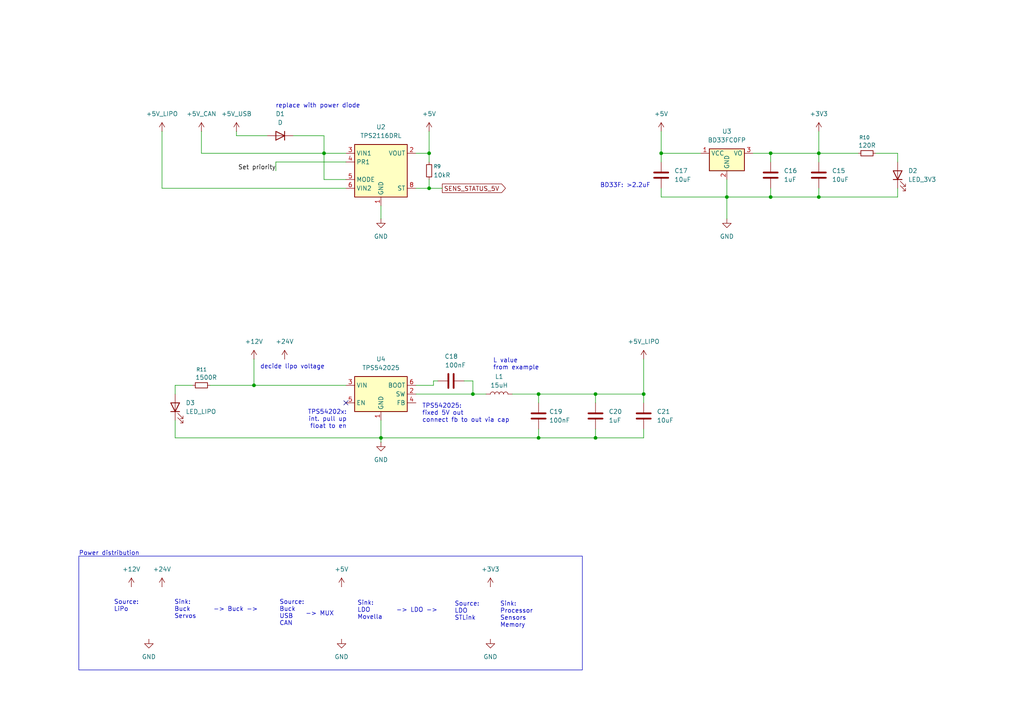
<source format=kicad_sch>
(kicad_sch
	(version 20250114)
	(generator "eeschema")
	(generator_version "9.0")
	(uuid "1f0f4a93-c6cb-4b7a-8cb0-037debc954e5")
	(paper "A4")
	(title_block
		(title "Canard Board")
		(company "Waterloo Rocketry")
		(comment 4 "Processor: See STM Application Note AN5419")
	)
	(lib_symbols
		(symbol "Device:C"
			(pin_numbers
				(hide yes)
			)
			(pin_names
				(offset 0.254)
			)
			(exclude_from_sim no)
			(in_bom yes)
			(on_board yes)
			(property "Reference" "C"
				(at 0.635 2.54 0)
				(effects
					(font
						(size 1.27 1.27)
					)
					(justify left)
				)
			)
			(property "Value" "C"
				(at 0.635 -2.54 0)
				(effects
					(font
						(size 1.27 1.27)
					)
					(justify left)
				)
			)
			(property "Footprint" ""
				(at 0.9652 -3.81 0)
				(effects
					(font
						(size 1.27 1.27)
					)
					(hide yes)
				)
			)
			(property "Datasheet" "~"
				(at 0 0 0)
				(effects
					(font
						(size 1.27 1.27)
					)
					(hide yes)
				)
			)
			(property "Description" "Unpolarized capacitor"
				(at 0 0 0)
				(effects
					(font
						(size 1.27 1.27)
					)
					(hide yes)
				)
			)
			(property "ki_keywords" "cap capacitor"
				(at 0 0 0)
				(effects
					(font
						(size 1.27 1.27)
					)
					(hide yes)
				)
			)
			(property "ki_fp_filters" "C_*"
				(at 0 0 0)
				(effects
					(font
						(size 1.27 1.27)
					)
					(hide yes)
				)
			)
			(symbol "C_0_1"
				(polyline
					(pts
						(xy -2.032 0.762) (xy 2.032 0.762)
					)
					(stroke
						(width 0.508)
						(type default)
					)
					(fill
						(type none)
					)
				)
				(polyline
					(pts
						(xy -2.032 -0.762) (xy 2.032 -0.762)
					)
					(stroke
						(width 0.508)
						(type default)
					)
					(fill
						(type none)
					)
				)
			)
			(symbol "C_1_1"
				(pin passive line
					(at 0 3.81 270)
					(length 2.794)
					(name "~"
						(effects
							(font
								(size 1.27 1.27)
							)
						)
					)
					(number "1"
						(effects
							(font
								(size 1.27 1.27)
							)
						)
					)
				)
				(pin passive line
					(at 0 -3.81 90)
					(length 2.794)
					(name "~"
						(effects
							(font
								(size 1.27 1.27)
							)
						)
					)
					(number "2"
						(effects
							(font
								(size 1.27 1.27)
							)
						)
					)
				)
			)
			(embedded_fonts no)
		)
		(symbol "Device:D"
			(pin_numbers
				(hide yes)
			)
			(pin_names
				(offset 1.016)
				(hide yes)
			)
			(exclude_from_sim no)
			(in_bom yes)
			(on_board yes)
			(property "Reference" "D"
				(at 0 2.54 0)
				(effects
					(font
						(size 1.27 1.27)
					)
				)
			)
			(property "Value" "D"
				(at 0 -2.54 0)
				(effects
					(font
						(size 1.27 1.27)
					)
				)
			)
			(property "Footprint" ""
				(at 0 0 0)
				(effects
					(font
						(size 1.27 1.27)
					)
					(hide yes)
				)
			)
			(property "Datasheet" "~"
				(at 0 0 0)
				(effects
					(font
						(size 1.27 1.27)
					)
					(hide yes)
				)
			)
			(property "Description" "Diode"
				(at 0 0 0)
				(effects
					(font
						(size 1.27 1.27)
					)
					(hide yes)
				)
			)
			(property "Sim.Device" "D"
				(at 0 0 0)
				(effects
					(font
						(size 1.27 1.27)
					)
					(hide yes)
				)
			)
			(property "Sim.Pins" "1=K 2=A"
				(at 0 0 0)
				(effects
					(font
						(size 1.27 1.27)
					)
					(hide yes)
				)
			)
			(property "ki_keywords" "diode"
				(at 0 0 0)
				(effects
					(font
						(size 1.27 1.27)
					)
					(hide yes)
				)
			)
			(property "ki_fp_filters" "TO-???* *_Diode_* *SingleDiode* D_*"
				(at 0 0 0)
				(effects
					(font
						(size 1.27 1.27)
					)
					(hide yes)
				)
			)
			(symbol "D_0_1"
				(polyline
					(pts
						(xy -1.27 1.27) (xy -1.27 -1.27)
					)
					(stroke
						(width 0.254)
						(type default)
					)
					(fill
						(type none)
					)
				)
				(polyline
					(pts
						(xy 1.27 1.27) (xy 1.27 -1.27) (xy -1.27 0) (xy 1.27 1.27)
					)
					(stroke
						(width 0.254)
						(type default)
					)
					(fill
						(type none)
					)
				)
				(polyline
					(pts
						(xy 1.27 0) (xy -1.27 0)
					)
					(stroke
						(width 0)
						(type default)
					)
					(fill
						(type none)
					)
				)
			)
			(symbol "D_1_1"
				(pin passive line
					(at -3.81 0 0)
					(length 2.54)
					(name "K"
						(effects
							(font
								(size 1.27 1.27)
							)
						)
					)
					(number "1"
						(effects
							(font
								(size 1.27 1.27)
							)
						)
					)
				)
				(pin passive line
					(at 3.81 0 180)
					(length 2.54)
					(name "A"
						(effects
							(font
								(size 1.27 1.27)
							)
						)
					)
					(number "2"
						(effects
							(font
								(size 1.27 1.27)
							)
						)
					)
				)
			)
			(embedded_fonts no)
		)
		(symbol "Device:L"
			(pin_numbers
				(hide yes)
			)
			(pin_names
				(offset 1.016)
				(hide yes)
			)
			(exclude_from_sim no)
			(in_bom yes)
			(on_board yes)
			(property "Reference" "L"
				(at -1.27 0 90)
				(effects
					(font
						(size 1.27 1.27)
					)
				)
			)
			(property "Value" "L"
				(at 1.905 0 90)
				(effects
					(font
						(size 1.27 1.27)
					)
				)
			)
			(property "Footprint" ""
				(at 0 0 0)
				(effects
					(font
						(size 1.27 1.27)
					)
					(hide yes)
				)
			)
			(property "Datasheet" "~"
				(at 0 0 0)
				(effects
					(font
						(size 1.27 1.27)
					)
					(hide yes)
				)
			)
			(property "Description" "Inductor"
				(at 0 0 0)
				(effects
					(font
						(size 1.27 1.27)
					)
					(hide yes)
				)
			)
			(property "ki_keywords" "inductor choke coil reactor magnetic"
				(at 0 0 0)
				(effects
					(font
						(size 1.27 1.27)
					)
					(hide yes)
				)
			)
			(property "ki_fp_filters" "Choke_* *Coil* Inductor_* L_*"
				(at 0 0 0)
				(effects
					(font
						(size 1.27 1.27)
					)
					(hide yes)
				)
			)
			(symbol "L_0_1"
				(arc
					(start 0 2.54)
					(mid 0.6323 1.905)
					(end 0 1.27)
					(stroke
						(width 0)
						(type default)
					)
					(fill
						(type none)
					)
				)
				(arc
					(start 0 1.27)
					(mid 0.6323 0.635)
					(end 0 0)
					(stroke
						(width 0)
						(type default)
					)
					(fill
						(type none)
					)
				)
				(arc
					(start 0 0)
					(mid 0.6323 -0.635)
					(end 0 -1.27)
					(stroke
						(width 0)
						(type default)
					)
					(fill
						(type none)
					)
				)
				(arc
					(start 0 -1.27)
					(mid 0.6323 -1.905)
					(end 0 -2.54)
					(stroke
						(width 0)
						(type default)
					)
					(fill
						(type none)
					)
				)
			)
			(symbol "L_1_1"
				(pin passive line
					(at 0 3.81 270)
					(length 1.27)
					(name "1"
						(effects
							(font
								(size 1.27 1.27)
							)
						)
					)
					(number "1"
						(effects
							(font
								(size 1.27 1.27)
							)
						)
					)
				)
				(pin passive line
					(at 0 -3.81 90)
					(length 1.27)
					(name "2"
						(effects
							(font
								(size 1.27 1.27)
							)
						)
					)
					(number "2"
						(effects
							(font
								(size 1.27 1.27)
							)
						)
					)
				)
			)
			(embedded_fonts no)
		)
		(symbol "Device:LED"
			(pin_numbers
				(hide yes)
			)
			(pin_names
				(offset 1.016)
				(hide yes)
			)
			(exclude_from_sim no)
			(in_bom yes)
			(on_board yes)
			(property "Reference" "D"
				(at 0 2.54 0)
				(effects
					(font
						(size 1.27 1.27)
					)
				)
			)
			(property "Value" "LED"
				(at 0 -2.54 0)
				(effects
					(font
						(size 1.27 1.27)
					)
				)
			)
			(property "Footprint" ""
				(at 0 0 0)
				(effects
					(font
						(size 1.27 1.27)
					)
					(hide yes)
				)
			)
			(property "Datasheet" "~"
				(at 0 0 0)
				(effects
					(font
						(size 1.27 1.27)
					)
					(hide yes)
				)
			)
			(property "Description" "Light emitting diode"
				(at 0 0 0)
				(effects
					(font
						(size 1.27 1.27)
					)
					(hide yes)
				)
			)
			(property "Sim.Pins" "1=K 2=A"
				(at 0 0 0)
				(effects
					(font
						(size 1.27 1.27)
					)
					(hide yes)
				)
			)
			(property "ki_keywords" "LED diode"
				(at 0 0 0)
				(effects
					(font
						(size 1.27 1.27)
					)
					(hide yes)
				)
			)
			(property "ki_fp_filters" "LED* LED_SMD:* LED_THT:*"
				(at 0 0 0)
				(effects
					(font
						(size 1.27 1.27)
					)
					(hide yes)
				)
			)
			(symbol "LED_0_1"
				(polyline
					(pts
						(xy -3.048 -0.762) (xy -4.572 -2.286) (xy -3.81 -2.286) (xy -4.572 -2.286) (xy -4.572 -1.524)
					)
					(stroke
						(width 0)
						(type default)
					)
					(fill
						(type none)
					)
				)
				(polyline
					(pts
						(xy -1.778 -0.762) (xy -3.302 -2.286) (xy -2.54 -2.286) (xy -3.302 -2.286) (xy -3.302 -1.524)
					)
					(stroke
						(width 0)
						(type default)
					)
					(fill
						(type none)
					)
				)
				(polyline
					(pts
						(xy -1.27 0) (xy 1.27 0)
					)
					(stroke
						(width 0)
						(type default)
					)
					(fill
						(type none)
					)
				)
				(polyline
					(pts
						(xy -1.27 -1.27) (xy -1.27 1.27)
					)
					(stroke
						(width 0.254)
						(type default)
					)
					(fill
						(type none)
					)
				)
				(polyline
					(pts
						(xy 1.27 -1.27) (xy 1.27 1.27) (xy -1.27 0) (xy 1.27 -1.27)
					)
					(stroke
						(width 0.254)
						(type default)
					)
					(fill
						(type none)
					)
				)
			)
			(symbol "LED_1_1"
				(pin passive line
					(at -3.81 0 0)
					(length 2.54)
					(name "K"
						(effects
							(font
								(size 1.27 1.27)
							)
						)
					)
					(number "1"
						(effects
							(font
								(size 1.27 1.27)
							)
						)
					)
				)
				(pin passive line
					(at 3.81 0 180)
					(length 2.54)
					(name "A"
						(effects
							(font
								(size 1.27 1.27)
							)
						)
					)
					(number "2"
						(effects
							(font
								(size 1.27 1.27)
							)
						)
					)
				)
			)
			(embedded_fonts no)
		)
		(symbol "Device:R_Small"
			(pin_numbers
				(hide yes)
			)
			(pin_names
				(offset 0.254)
				(hide yes)
			)
			(exclude_from_sim no)
			(in_bom yes)
			(on_board yes)
			(property "Reference" "R"
				(at 0 0 90)
				(effects
					(font
						(size 1.016 1.016)
					)
				)
			)
			(property "Value" "R_Small"
				(at 1.778 0 90)
				(effects
					(font
						(size 1.27 1.27)
					)
				)
			)
			(property "Footprint" ""
				(at 0 0 0)
				(effects
					(font
						(size 1.27 1.27)
					)
					(hide yes)
				)
			)
			(property "Datasheet" "~"
				(at 0 0 0)
				(effects
					(font
						(size 1.27 1.27)
					)
					(hide yes)
				)
			)
			(property "Description" "Resistor, small symbol"
				(at 0 0 0)
				(effects
					(font
						(size 1.27 1.27)
					)
					(hide yes)
				)
			)
			(property "ki_keywords" "R resistor"
				(at 0 0 0)
				(effects
					(font
						(size 1.27 1.27)
					)
					(hide yes)
				)
			)
			(property "ki_fp_filters" "R_*"
				(at 0 0 0)
				(effects
					(font
						(size 1.27 1.27)
					)
					(hide yes)
				)
			)
			(symbol "R_Small_0_1"
				(rectangle
					(start -0.762 1.778)
					(end 0.762 -1.778)
					(stroke
						(width 0.2032)
						(type default)
					)
					(fill
						(type none)
					)
				)
			)
			(symbol "R_Small_1_1"
				(pin passive line
					(at 0 2.54 270)
					(length 0.762)
					(name "~"
						(effects
							(font
								(size 1.27 1.27)
							)
						)
					)
					(number "1"
						(effects
							(font
								(size 1.27 1.27)
							)
						)
					)
				)
				(pin passive line
					(at 0 -2.54 90)
					(length 0.762)
					(name "~"
						(effects
							(font
								(size 1.27 1.27)
							)
						)
					)
					(number "2"
						(effects
							(font
								(size 1.27 1.27)
							)
						)
					)
				)
			)
			(embedded_fonts no)
		)
		(symbol "Power_Management:TPS2116DRL"
			(exclude_from_sim no)
			(in_bom yes)
			(on_board yes)
			(property "Reference" "U"
				(at -7.874 9.144 0)
				(effects
					(font
						(size 1.27 1.27)
					)
					(justify left)
				)
			)
			(property "Value" "TPS2116DRL"
				(at 0.508 -8.89 0)
				(effects
					(font
						(size 1.27 1.27)
					)
					(justify left)
				)
			)
			(property "Footprint" "Package_TO_SOT_SMD:SOT-583-8"
				(at 0 -22.352 0)
				(effects
					(font
						(size 1.27 1.27)
					)
					(hide yes)
				)
			)
			(property "Datasheet" "https://www.ti.com/lit/ds/symlink/tps2116.pdf"
				(at 0 1.27 0)
				(effects
					(font
						(size 1.27 1.27)
					)
					(hide yes)
				)
			)
			(property "Description" "2 Channnels Power Mux with Manual and Priority Switchover, 1.6-5.5V Input Voltage, 2.5A Output Current, Ron 40 mOhm, SOT-583-8"
				(at 0 -1.016 0)
				(effects
					(font
						(size 1.27 1.27)
					)
					(hide yes)
				)
			)
			(property "ki_keywords" "Texas-Instruments power-mux switchover"
				(at 0 0 0)
				(effects
					(font
						(size 1.27 1.27)
					)
					(hide yes)
				)
			)
			(property "ki_fp_filters" "SOT?5?3*"
				(at 0 0 0)
				(effects
					(font
						(size 1.27 1.27)
					)
					(hide yes)
				)
			)
			(symbol "TPS2116DRL_0_1"
				(rectangle
					(start -7.62 7.62)
					(end 7.62 -7.62)
					(stroke
						(width 0.254)
						(type default)
					)
					(fill
						(type background)
					)
				)
			)
			(symbol "TPS2116DRL_1_0"
				(pin power_out line
					(at 10.16 5.08 180)
					(length 2.54)
					(hide yes)
					(name "VOUT"
						(effects
							(font
								(size 1.27 1.27)
							)
						)
					)
					(number "7"
						(effects
							(font
								(size 1.27 1.27)
							)
						)
					)
				)
			)
			(symbol "TPS2116DRL_1_1"
				(pin power_in line
					(at -10.16 5.08 0)
					(length 2.54)
					(name "VIN1"
						(effects
							(font
								(size 1.27 1.27)
							)
						)
					)
					(number "3"
						(effects
							(font
								(size 1.27 1.27)
							)
						)
					)
				)
				(pin input line
					(at -10.16 2.54 0)
					(length 2.54)
					(name "PR1"
						(effects
							(font
								(size 1.27 1.27)
							)
						)
					)
					(number "4"
						(effects
							(font
								(size 1.27 1.27)
							)
						)
					)
				)
				(pin input line
					(at -10.16 -2.54 0)
					(length 2.54)
					(name "MODE"
						(effects
							(font
								(size 1.27 1.27)
							)
						)
					)
					(number "5"
						(effects
							(font
								(size 1.27 1.27)
							)
						)
					)
				)
				(pin power_in line
					(at -10.16 -5.08 0)
					(length 2.54)
					(name "VIN2"
						(effects
							(font
								(size 1.27 1.27)
							)
						)
					)
					(number "6"
						(effects
							(font
								(size 1.27 1.27)
							)
						)
					)
				)
				(pin power_in line
					(at 0 -10.16 90)
					(length 2.54)
					(name "GND"
						(effects
							(font
								(size 1.27 1.27)
							)
						)
					)
					(number "1"
						(effects
							(font
								(size 1.27 1.27)
							)
						)
					)
				)
				(pin power_out line
					(at 10.16 5.08 180)
					(length 2.54)
					(name "VOUT"
						(effects
							(font
								(size 1.27 1.27)
							)
						)
					)
					(number "2"
						(effects
							(font
								(size 1.27 1.27)
							)
						)
					)
				)
				(pin open_collector line
					(at 10.16 -5.08 180)
					(length 2.54)
					(name "ST"
						(effects
							(font
								(size 1.27 1.27)
							)
						)
					)
					(number "8"
						(effects
							(font
								(size 1.27 1.27)
							)
						)
					)
				)
			)
			(embedded_fonts no)
		)
		(symbol "Regulator_Linear:BD33FC0FP"
			(exclude_from_sim no)
			(in_bom yes)
			(on_board yes)
			(property "Reference" "U"
				(at 0 7.62 0)
				(effects
					(font
						(size 1.27 1.27)
					)
				)
			)
			(property "Value" "BD33FC0FP"
				(at 0 5.08 0)
				(effects
					(font
						(size 1.27 1.27)
					)
				)
			)
			(property "Footprint" "Package_TO_SOT_SMD:TO-252-2"
				(at 0 2.54 0)
				(effects
					(font
						(size 1.27 1.27)
					)
					(hide yes)
				)
			)
			(property "Datasheet" "https://fscdn.rohm.com/en/products/databook/datasheet/ic/power/linear_regulator/bdxxfc0wefj-e.pdf"
				(at 0 10.16 0)
				(effects
					(font
						(size 1.27 1.27)
					)
					(hide yes)
				)
			)
			(property "Description" "1A, 3.3V LDO regulator with OVP & TSP, without enable, TO-252"
				(at 0 0 0)
				(effects
					(font
						(size 1.27 1.27)
					)
					(hide yes)
				)
			)
			(property "ki_keywords" "linear regulator fixed positive over voltage protection thermal shutdown"
				(at 0 0 0)
				(effects
					(font
						(size 1.27 1.27)
					)
					(hide yes)
				)
			)
			(property "ki_fp_filters" "TO?252*"
				(at 0 0 0)
				(effects
					(font
						(size 1.27 1.27)
					)
					(hide yes)
				)
			)
			(symbol "BD33FC0FP_1_1"
				(rectangle
					(start -5.08 -5.08)
					(end 5.08 1.27)
					(stroke
						(width 0.254)
						(type default)
					)
					(fill
						(type background)
					)
				)
				(pin power_in line
					(at -7.62 0 0)
					(length 2.54)
					(name "VCC"
						(effects
							(font
								(size 1.27 1.27)
							)
						)
					)
					(number "1"
						(effects
							(font
								(size 1.27 1.27)
							)
						)
					)
				)
				(pin power_in line
					(at 0 -7.62 90)
					(length 2.54)
					(name "GND"
						(effects
							(font
								(size 1.27 1.27)
							)
						)
					)
					(number "2"
						(effects
							(font
								(size 1.27 1.27)
							)
						)
					)
				)
				(pin power_out line
					(at 7.62 0 180)
					(length 2.54)
					(name "VO"
						(effects
							(font
								(size 1.27 1.27)
							)
						)
					)
					(number "3"
						(effects
							(font
								(size 1.27 1.27)
							)
						)
					)
				)
			)
			(embedded_fonts no)
		)
		(symbol "canhw:TPS542025"
			(exclude_from_sim no)
			(in_bom yes)
			(on_board yes)
			(property "Reference" "U"
				(at -7.62 6.35 0)
				(effects
					(font
						(size 1.27 1.27)
					)
					(justify left)
				)
			)
			(property "Value" "TPS542025"
				(at 0 6.35 0)
				(effects
					(font
						(size 1.27 1.27)
					)
					(justify left)
				)
			)
			(property "Footprint" "Package_TO_SOT_SMD:SOT-23-6"
				(at 1.27 -8.89 0)
				(effects
					(font
						(size 1.27 1.27)
					)
					(justify left)
					(hide yes)
				)
			)
			(property "Datasheet" "https://www.ti.com/lit/ds/symlink/tps542025.pdf"
				(at -7.62 8.89 0)
				(effects
					(font
						(size 1.27 1.27)
					)
					(hide yes)
				)
			)
			(property "Description" "5V Output, 2A, 4.5 to 28V Input, EMI Friendly integrated switch synchronous step-down regulator, pulse-skipping, SOT-23-6"
				(at 0 0 0)
				(effects
					(font
						(size 1.27 1.27)
					)
					(hide yes)
				)
			)
			(property "ki_keywords" "switching buck converter power-supply voltage regulator emi spread spectrum"
				(at 0 0 0)
				(effects
					(font
						(size 1.27 1.27)
					)
					(hide yes)
				)
			)
			(property "ki_fp_filters" "SOT?23*"
				(at 0 0 0)
				(effects
					(font
						(size 1.27 1.27)
					)
					(hide yes)
				)
			)
			(symbol "TPS542025_0_1"
				(rectangle
					(start -7.62 5.08)
					(end 7.62 -5.08)
					(stroke
						(width 0.254)
						(type default)
					)
					(fill
						(type background)
					)
				)
			)
			(symbol "TPS542025_1_1"
				(pin power_in line
					(at -10.16 2.54 0)
					(length 2.54)
					(name "VIN"
						(effects
							(font
								(size 1.27 1.27)
							)
						)
					)
					(number "3"
						(effects
							(font
								(size 1.27 1.27)
							)
						)
					)
				)
				(pin input line
					(at -10.16 -2.54 0)
					(length 2.54)
					(name "EN"
						(effects
							(font
								(size 1.27 1.27)
							)
						)
					)
					(number "5"
						(effects
							(font
								(size 1.27 1.27)
							)
						)
					)
				)
				(pin power_in line
					(at 0 -7.62 90)
					(length 2.54)
					(name "GND"
						(effects
							(font
								(size 1.27 1.27)
							)
						)
					)
					(number "1"
						(effects
							(font
								(size 1.27 1.27)
							)
						)
					)
				)
				(pin passive line
					(at 10.16 2.54 180)
					(length 2.54)
					(name "BOOT"
						(effects
							(font
								(size 1.27 1.27)
							)
						)
					)
					(number "6"
						(effects
							(font
								(size 1.27 1.27)
							)
						)
					)
				)
				(pin power_out line
					(at 10.16 0 180)
					(length 2.54)
					(name "SW"
						(effects
							(font
								(size 1.27 1.27)
							)
						)
					)
					(number "2"
						(effects
							(font
								(size 1.27 1.27)
							)
						)
					)
				)
				(pin input line
					(at 10.16 -2.54 180)
					(length 2.54)
					(name "FB"
						(effects
							(font
								(size 1.27 1.27)
							)
						)
					)
					(number "4"
						(effects
							(font
								(size 1.27 1.27)
							)
						)
					)
				)
			)
			(embedded_fonts no)
		)
		(symbol "power:+12V"
			(power)
			(pin_numbers
				(hide yes)
			)
			(pin_names
				(offset 0)
				(hide yes)
			)
			(exclude_from_sim no)
			(in_bom yes)
			(on_board yes)
			(property "Reference" "#PWR"
				(at 0 -3.81 0)
				(effects
					(font
						(size 1.27 1.27)
					)
					(hide yes)
				)
			)
			(property "Value" "+12V"
				(at 0 3.556 0)
				(effects
					(font
						(size 1.27 1.27)
					)
				)
			)
			(property "Footprint" ""
				(at 0 0 0)
				(effects
					(font
						(size 1.27 1.27)
					)
					(hide yes)
				)
			)
			(property "Datasheet" ""
				(at 0 0 0)
				(effects
					(font
						(size 1.27 1.27)
					)
					(hide yes)
				)
			)
			(property "Description" "Power symbol creates a global label with name \"+12V\""
				(at 0 0 0)
				(effects
					(font
						(size 1.27 1.27)
					)
					(hide yes)
				)
			)
			(property "ki_keywords" "global power"
				(at 0 0 0)
				(effects
					(font
						(size 1.27 1.27)
					)
					(hide yes)
				)
			)
			(symbol "+12V_0_1"
				(polyline
					(pts
						(xy -0.762 1.27) (xy 0 2.54)
					)
					(stroke
						(width 0)
						(type default)
					)
					(fill
						(type none)
					)
				)
				(polyline
					(pts
						(xy 0 2.54) (xy 0.762 1.27)
					)
					(stroke
						(width 0)
						(type default)
					)
					(fill
						(type none)
					)
				)
				(polyline
					(pts
						(xy 0 0) (xy 0 2.54)
					)
					(stroke
						(width 0)
						(type default)
					)
					(fill
						(type none)
					)
				)
			)
			(symbol "+12V_1_1"
				(pin power_in line
					(at 0 0 90)
					(length 0)
					(name "~"
						(effects
							(font
								(size 1.27 1.27)
							)
						)
					)
					(number "1"
						(effects
							(font
								(size 1.27 1.27)
							)
						)
					)
				)
			)
			(embedded_fonts no)
		)
		(symbol "power:+24V"
			(power)
			(pin_numbers
				(hide yes)
			)
			(pin_names
				(offset 0)
				(hide yes)
			)
			(exclude_from_sim no)
			(in_bom yes)
			(on_board yes)
			(property "Reference" "#PWR"
				(at 0 -3.81 0)
				(effects
					(font
						(size 1.27 1.27)
					)
					(hide yes)
				)
			)
			(property "Value" "+24V"
				(at 0 3.556 0)
				(effects
					(font
						(size 1.27 1.27)
					)
				)
			)
			(property "Footprint" ""
				(at 0 0 0)
				(effects
					(font
						(size 1.27 1.27)
					)
					(hide yes)
				)
			)
			(property "Datasheet" ""
				(at 0 0 0)
				(effects
					(font
						(size 1.27 1.27)
					)
					(hide yes)
				)
			)
			(property "Description" "Power symbol creates a global label with name \"+24V\""
				(at 0 0 0)
				(effects
					(font
						(size 1.27 1.27)
					)
					(hide yes)
				)
			)
			(property "ki_keywords" "global power"
				(at 0 0 0)
				(effects
					(font
						(size 1.27 1.27)
					)
					(hide yes)
				)
			)
			(symbol "+24V_0_1"
				(polyline
					(pts
						(xy -0.762 1.27) (xy 0 2.54)
					)
					(stroke
						(width 0)
						(type default)
					)
					(fill
						(type none)
					)
				)
				(polyline
					(pts
						(xy 0 2.54) (xy 0.762 1.27)
					)
					(stroke
						(width 0)
						(type default)
					)
					(fill
						(type none)
					)
				)
				(polyline
					(pts
						(xy 0 0) (xy 0 2.54)
					)
					(stroke
						(width 0)
						(type default)
					)
					(fill
						(type none)
					)
				)
			)
			(symbol "+24V_1_1"
				(pin power_in line
					(at 0 0 90)
					(length 0)
					(name "~"
						(effects
							(font
								(size 1.27 1.27)
							)
						)
					)
					(number "1"
						(effects
							(font
								(size 1.27 1.27)
							)
						)
					)
				)
			)
			(embedded_fonts no)
		)
		(symbol "power:+3V3"
			(power)
			(pin_numbers
				(hide yes)
			)
			(pin_names
				(offset 0)
				(hide yes)
			)
			(exclude_from_sim no)
			(in_bom yes)
			(on_board yes)
			(property "Reference" "#PWR"
				(at 0 -3.81 0)
				(effects
					(font
						(size 1.27 1.27)
					)
					(hide yes)
				)
			)
			(property "Value" "+3V3"
				(at 0 3.556 0)
				(effects
					(font
						(size 1.27 1.27)
					)
				)
			)
			(property "Footprint" ""
				(at 0 0 0)
				(effects
					(font
						(size 1.27 1.27)
					)
					(hide yes)
				)
			)
			(property "Datasheet" ""
				(at 0 0 0)
				(effects
					(font
						(size 1.27 1.27)
					)
					(hide yes)
				)
			)
			(property "Description" "Power symbol creates a global label with name \"+3V3\""
				(at 0 0 0)
				(effects
					(font
						(size 1.27 1.27)
					)
					(hide yes)
				)
			)
			(property "ki_keywords" "global power"
				(at 0 0 0)
				(effects
					(font
						(size 1.27 1.27)
					)
					(hide yes)
				)
			)
			(symbol "+3V3_0_1"
				(polyline
					(pts
						(xy -0.762 1.27) (xy 0 2.54)
					)
					(stroke
						(width 0)
						(type default)
					)
					(fill
						(type none)
					)
				)
				(polyline
					(pts
						(xy 0 2.54) (xy 0.762 1.27)
					)
					(stroke
						(width 0)
						(type default)
					)
					(fill
						(type none)
					)
				)
				(polyline
					(pts
						(xy 0 0) (xy 0 2.54)
					)
					(stroke
						(width 0)
						(type default)
					)
					(fill
						(type none)
					)
				)
			)
			(symbol "+3V3_1_1"
				(pin power_in line
					(at 0 0 90)
					(length 0)
					(name "~"
						(effects
							(font
								(size 1.27 1.27)
							)
						)
					)
					(number "1"
						(effects
							(font
								(size 1.27 1.27)
							)
						)
					)
				)
			)
			(embedded_fonts no)
		)
		(symbol "power:+5V"
			(power)
			(pin_numbers
				(hide yes)
			)
			(pin_names
				(offset 0)
				(hide yes)
			)
			(exclude_from_sim no)
			(in_bom yes)
			(on_board yes)
			(property "Reference" "#PWR"
				(at 0 -3.81 0)
				(effects
					(font
						(size 1.27 1.27)
					)
					(hide yes)
				)
			)
			(property "Value" "+5V"
				(at 0 3.556 0)
				(effects
					(font
						(size 1.27 1.27)
					)
				)
			)
			(property "Footprint" ""
				(at 0 0 0)
				(effects
					(font
						(size 1.27 1.27)
					)
					(hide yes)
				)
			)
			(property "Datasheet" ""
				(at 0 0 0)
				(effects
					(font
						(size 1.27 1.27)
					)
					(hide yes)
				)
			)
			(property "Description" "Power symbol creates a global label with name \"+5V\""
				(at 0 0 0)
				(effects
					(font
						(size 1.27 1.27)
					)
					(hide yes)
				)
			)
			(property "ki_keywords" "global power"
				(at 0 0 0)
				(effects
					(font
						(size 1.27 1.27)
					)
					(hide yes)
				)
			)
			(symbol "+5V_0_1"
				(polyline
					(pts
						(xy -0.762 1.27) (xy 0 2.54)
					)
					(stroke
						(width 0)
						(type default)
					)
					(fill
						(type none)
					)
				)
				(polyline
					(pts
						(xy 0 2.54) (xy 0.762 1.27)
					)
					(stroke
						(width 0)
						(type default)
					)
					(fill
						(type none)
					)
				)
				(polyline
					(pts
						(xy 0 0) (xy 0 2.54)
					)
					(stroke
						(width 0)
						(type default)
					)
					(fill
						(type none)
					)
				)
			)
			(symbol "+5V_1_1"
				(pin power_in line
					(at 0 0 90)
					(length 0)
					(name "~"
						(effects
							(font
								(size 1.27 1.27)
							)
						)
					)
					(number "1"
						(effects
							(font
								(size 1.27 1.27)
							)
						)
					)
				)
			)
			(embedded_fonts no)
		)
		(symbol "power:GND"
			(power)
			(pin_numbers
				(hide yes)
			)
			(pin_names
				(offset 0)
				(hide yes)
			)
			(exclude_from_sim no)
			(in_bom yes)
			(on_board yes)
			(property "Reference" "#PWR"
				(at 0 -6.35 0)
				(effects
					(font
						(size 1.27 1.27)
					)
					(hide yes)
				)
			)
			(property "Value" "GND"
				(at 0 -3.81 0)
				(effects
					(font
						(size 1.27 1.27)
					)
				)
			)
			(property "Footprint" ""
				(at 0 0 0)
				(effects
					(font
						(size 1.27 1.27)
					)
					(hide yes)
				)
			)
			(property "Datasheet" ""
				(at 0 0 0)
				(effects
					(font
						(size 1.27 1.27)
					)
					(hide yes)
				)
			)
			(property "Description" "Power symbol creates a global label with name \"GND\" , ground"
				(at 0 0 0)
				(effects
					(font
						(size 1.27 1.27)
					)
					(hide yes)
				)
			)
			(property "ki_keywords" "global power"
				(at 0 0 0)
				(effects
					(font
						(size 1.27 1.27)
					)
					(hide yes)
				)
			)
			(symbol "GND_0_1"
				(polyline
					(pts
						(xy 0 0) (xy 0 -1.27) (xy 1.27 -1.27) (xy 0 -2.54) (xy -1.27 -1.27) (xy 0 -1.27)
					)
					(stroke
						(width 0)
						(type default)
					)
					(fill
						(type none)
					)
				)
			)
			(symbol "GND_1_1"
				(pin power_in line
					(at 0 0 270)
					(length 0)
					(name "~"
						(effects
							(font
								(size 1.27 1.27)
							)
						)
					)
					(number "1"
						(effects
							(font
								(size 1.27 1.27)
							)
						)
					)
				)
			)
			(embedded_fonts no)
		)
	)
	(rectangle
		(start 22.86 161.29)
		(end 168.91 194.31)
		(stroke
			(width 0)
			(type default)
		)
		(fill
			(type none)
		)
		(uuid 03bd9b9a-714b-4347-b5c2-99c982945829)
	)
	(text "Power distribution"
		(exclude_from_sim no)
		(at 22.86 161.29 0)
		(effects
			(font
				(size 1.27 1.27)
			)
			(justify left bottom)
		)
		(uuid "04876855-6979-4e03-9ec1-9323d873935f")
	)
	(text "Source:\nLDO\nSTLink"
		(exclude_from_sim no)
		(at 131.826 174.498 0)
		(effects
			(font
				(size 1.27 1.27)
			)
			(justify left top)
		)
		(uuid "1b5a6254-7560-4ccb-abae-db24d18b6fe3")
	)
	(text "TPS542025:\nfixed 5V out\nconnect fb to out via cap"
		(exclude_from_sim no)
		(at 122.428 117.094 0)
		(effects
			(font
				(size 1.27 1.27)
			)
			(justify left top)
		)
		(uuid "3356827e-69c9-43fe-9b1f-828e86d88380")
	)
	(text "L value \nfrom example"
		(exclude_from_sim no)
		(at 143.002 107.442 0)
		(effects
			(font
				(size 1.27 1.27)
			)
			(justify left bottom)
		)
		(uuid "6036ced8-b4eb-4ef4-8d33-3b387ba80163")
	)
	(text "BD33F: >2.2uF"
		(exclude_from_sim no)
		(at 181.356 53.848 0)
		(effects
			(font
				(size 1.27 1.27)
			)
		)
		(uuid "666bcd10-d6ea-4bf2-b16b-76a6b2870dff")
	)
	(text "-> MUX "
		(exclude_from_sim no)
		(at 93.218 178.054 0)
		(effects
			(font
				(size 1.27 1.27)
			)
		)
		(uuid "71c94c3b-d4f9-47d5-a3f3-262d6dbf0d47")
	)
	(text "Sink:\nProcessor\nSensors\nMemory"
		(exclude_from_sim no)
		(at 145.034 174.498 0)
		(effects
			(font
				(size 1.27 1.27)
			)
			(justify left top)
		)
		(uuid "729319ed-e57c-481e-a1b1-b89af2b39c8f")
	)
	(text "-> LDO ->"
		(exclude_from_sim no)
		(at 120.904 177.038 0)
		(effects
			(font
				(size 1.27 1.27)
			)
		)
		(uuid "8140e3c4-f126-45d1-89a0-a5ac67fd080b")
	)
	(text "Sink:\nLDO\nMovella"
		(exclude_from_sim no)
		(at 103.632 174.244 0)
		(effects
			(font
				(size 1.27 1.27)
			)
			(justify left top)
		)
		(uuid "9c3a7ede-5cff-4fa0-87d3-7af8eecaa725")
	)
	(text "TPS54202x:\nint. pull up\nfloat to en"
		(exclude_from_sim no)
		(at 100.584 118.872 0)
		(effects
			(font
				(size 1.27 1.27)
			)
			(justify right top)
		)
		(uuid "b655ed66-8f26-44f8-a3e9-86514418700c")
	)
	(text "Source:\nLiPo"
		(exclude_from_sim no)
		(at 33.02 173.99 0)
		(effects
			(font
				(size 1.27 1.27)
			)
			(justify left top)
		)
		(uuid "c257d001-3a1f-4d22-a846-34ea151a1f46")
	)
	(text "Source:\nBuck\nUSB\nCAN"
		(exclude_from_sim no)
		(at 81.026 173.99 0)
		(effects
			(font
				(size 1.27 1.27)
			)
			(justify left top)
		)
		(uuid "c2d27c22-0815-4ff3-9e47-a62525826b5b")
	)
	(text "Sink:\nBuck\nServos"
		(exclude_from_sim no)
		(at 50.546 173.99 0)
		(effects
			(font
				(size 1.27 1.27)
			)
			(justify left top)
		)
		(uuid "d8d68ca7-b3f8-43a7-b512-9847c10fb032")
	)
	(text "-> Buck ->"
		(exclude_from_sim no)
		(at 68.326 176.784 0)
		(effects
			(font
				(size 1.27 1.27)
			)
		)
		(uuid "da858bef-9798-4a1c-a572-4d50621bb138")
	)
	(text "decide lipo voltage"
		(exclude_from_sim no)
		(at 75.438 106.426 0)
		(effects
			(font
				(size 1.27 1.27)
			)
			(justify left)
		)
		(uuid "db5c119a-4771-4b56-9007-3592ed9cc2fc")
	)
	(text "replace with power diode"
		(exclude_from_sim no)
		(at 92.202 30.734 0)
		(effects
			(font
				(size 1.27 1.27)
			)
		)
		(uuid "f7cfe0a1-eb7b-4e1e-8f4a-7b0065bd538e")
	)
	(junction
		(at 93.98 44.45)
		(diameter 0)
		(color 0 0 0 0)
		(uuid "01cb2133-abb4-4fcd-b46e-65c3d229411f")
	)
	(junction
		(at 73.66 111.76)
		(diameter 0)
		(color 0 0 0 0)
		(uuid "064a3b4d-76b7-42f3-8013-fa7d273357c2")
	)
	(junction
		(at 137.16 114.3)
		(diameter 0)
		(color 0 0 0 0)
		(uuid "1a41a1ce-2f33-4ff5-abd5-a9fc056256f3")
	)
	(junction
		(at 172.72 114.3)
		(diameter 0)
		(color 0 0 0 0)
		(uuid "2172ead1-bd99-4f2d-adcd-f27bdab48de1")
	)
	(junction
		(at 210.82 57.15)
		(diameter 0)
		(color 0 0 0 0)
		(uuid "2871bfc9-ae99-46fd-a523-7b7dfec5599e")
	)
	(junction
		(at 110.49 127)
		(diameter 0)
		(color 0 0 0 0)
		(uuid "4dbbba8b-98ff-4b8e-87f3-844feca2e8e2")
	)
	(junction
		(at 186.69 114.3)
		(diameter 0)
		(color 0 0 0 0)
		(uuid "52feca2c-329b-4086-9dbf-3081dd3b344b")
	)
	(junction
		(at 156.21 127)
		(diameter 0)
		(color 0 0 0 0)
		(uuid "7107fff6-96b0-411a-b879-4896ed007bc9")
	)
	(junction
		(at 223.52 44.45)
		(diameter 0)
		(color 0 0 0 0)
		(uuid "73869e9f-2bdf-4039-b0b9-61204da64f16")
	)
	(junction
		(at 237.49 44.45)
		(diameter 0)
		(color 0 0 0 0)
		(uuid "891a339a-1d57-460c-aa67-a73ca93e5959")
	)
	(junction
		(at 172.72 127)
		(diameter 0)
		(color 0 0 0 0)
		(uuid "8adda470-fc2b-4e53-a2cb-a8a478c8233a")
	)
	(junction
		(at 237.49 57.15)
		(diameter 0)
		(color 0 0 0 0)
		(uuid "ab5bd785-03c1-44a6-b9ea-a2fa19f5a6e6")
	)
	(junction
		(at 223.52 57.15)
		(diameter 0)
		(color 0 0 0 0)
		(uuid "b83d741b-323a-4f96-8b96-4b8362601511")
	)
	(junction
		(at 191.77 44.45)
		(diameter 0)
		(color 0 0 0 0)
		(uuid "b93816e7-c243-4679-820a-7a11f23c5845")
	)
	(junction
		(at 156.21 114.3)
		(diameter 0)
		(color 0 0 0 0)
		(uuid "cc751ed4-53e0-49a7-b8ab-9b29b486bc62")
	)
	(junction
		(at 124.46 54.61)
		(diameter 0)
		(color 0 0 0 0)
		(uuid "d5dc5b98-b18c-4b14-b400-0e72145193bd")
	)
	(junction
		(at 124.46 44.45)
		(diameter 0)
		(color 0 0 0 0)
		(uuid "f702df6c-19a7-46cb-9f67-e50feb5c88cc")
	)
	(no_connect
		(at 100.33 116.84)
		(uuid "c09fa995-7d32-495a-b9e6-7db2ca733000")
	)
	(wire
		(pts
			(xy 73.66 111.76) (xy 100.33 111.76)
		)
		(stroke
			(width 0)
			(type default)
		)
		(uuid "016ac750-a14a-4b73-a30a-005ad4e30cf1")
	)
	(wire
		(pts
			(xy 260.35 54.61) (xy 260.35 57.15)
		)
		(stroke
			(width 0)
			(type default)
		)
		(uuid "01b0a901-4af4-47b7-b5c9-37727d288a02")
	)
	(wire
		(pts
			(xy 223.52 54.61) (xy 223.52 57.15)
		)
		(stroke
			(width 0)
			(type default)
		)
		(uuid "03d38ed2-c10a-4a92-9d96-2baafc10a2fd")
	)
	(wire
		(pts
			(xy 156.21 124.46) (xy 156.21 127)
		)
		(stroke
			(width 0)
			(type default)
		)
		(uuid "0b863090-c6c0-44a3-819e-49044d611145")
	)
	(wire
		(pts
			(xy 186.69 124.46) (xy 186.69 127)
		)
		(stroke
			(width 0)
			(type default)
		)
		(uuid "0be065c5-3775-4df9-974f-8df997ce066a")
	)
	(wire
		(pts
			(xy 156.21 127) (xy 110.49 127)
		)
		(stroke
			(width 0)
			(type default)
		)
		(uuid "0e4c7c25-dd6a-4fbc-9e27-b83e31734039")
	)
	(wire
		(pts
			(xy 55.88 111.76) (xy 50.8 111.76)
		)
		(stroke
			(width 0)
			(type default)
		)
		(uuid "0f7a0339-eefa-4b29-ad4a-2af35798f5b6")
	)
	(wire
		(pts
			(xy 148.59 114.3) (xy 156.21 114.3)
		)
		(stroke
			(width 0)
			(type default)
		)
		(uuid "0fe4b00d-475a-4f79-b71f-403e270d6eef")
	)
	(wire
		(pts
			(xy 254 44.45) (xy 260.35 44.45)
		)
		(stroke
			(width 0)
			(type default)
		)
		(uuid "0ffe37de-c80e-4903-94be-4160ee69a987")
	)
	(wire
		(pts
			(xy 124.46 44.45) (xy 124.46 46.99)
		)
		(stroke
			(width 0)
			(type default)
		)
		(uuid "10845bf3-2664-4aff-b594-5a434ab517a0")
	)
	(wire
		(pts
			(xy 191.77 57.15) (xy 210.82 57.15)
		)
		(stroke
			(width 0)
			(type default)
		)
		(uuid "1f5ea865-eaa5-4129-a143-483c2a7e4423")
	)
	(wire
		(pts
			(xy 191.77 44.45) (xy 203.2 44.45)
		)
		(stroke
			(width 0)
			(type default)
		)
		(uuid "203fda9c-85bf-476f-9e67-be2457fcf1d9")
	)
	(wire
		(pts
			(xy 186.69 104.14) (xy 186.69 114.3)
		)
		(stroke
			(width 0)
			(type default)
		)
		(uuid "2490ab7a-ec94-4e98-acbf-e31e42be4c7b")
	)
	(wire
		(pts
			(xy 191.77 44.45) (xy 191.77 46.99)
		)
		(stroke
			(width 0)
			(type default)
		)
		(uuid "254d228b-1736-40c1-9e29-2f1606887795")
	)
	(wire
		(pts
			(xy 223.52 44.45) (xy 237.49 44.45)
		)
		(stroke
			(width 0)
			(type default)
		)
		(uuid "25ed45d4-65fb-4ba3-afd1-5fd65e38f43a")
	)
	(wire
		(pts
			(xy 172.72 124.46) (xy 172.72 127)
		)
		(stroke
			(width 0)
			(type default)
		)
		(uuid "27aaa32d-2bab-405c-866f-0d76106cc036")
	)
	(wire
		(pts
			(xy 172.72 114.3) (xy 172.72 116.84)
		)
		(stroke
			(width 0)
			(type default)
		)
		(uuid "36a3bf22-fe40-4055-a31c-1a1997b393df")
	)
	(wire
		(pts
			(xy 50.8 121.92) (xy 50.8 127)
		)
		(stroke
			(width 0)
			(type default)
		)
		(uuid "3716c9b6-14c8-407c-95e3-391afadb6829")
	)
	(wire
		(pts
			(xy 237.49 54.61) (xy 237.49 57.15)
		)
		(stroke
			(width 0)
			(type default)
		)
		(uuid "386734b5-178c-47e8-b7ee-54f6cca0291c")
	)
	(wire
		(pts
			(xy 124.46 38.1) (xy 124.46 44.45)
		)
		(stroke
			(width 0)
			(type default)
		)
		(uuid "48077c41-791a-4b20-907d-dbd480858fd5")
	)
	(wire
		(pts
			(xy 218.44 44.45) (xy 223.52 44.45)
		)
		(stroke
			(width 0)
			(type default)
		)
		(uuid "4a72263e-d6d4-48f9-a84f-a2b58174f9f2")
	)
	(wire
		(pts
			(xy 172.72 114.3) (xy 186.69 114.3)
		)
		(stroke
			(width 0)
			(type default)
		)
		(uuid "4b791f00-08f0-43df-ae86-9b109a3a71d9")
	)
	(wire
		(pts
			(xy 210.82 57.15) (xy 223.52 57.15)
		)
		(stroke
			(width 0)
			(type default)
		)
		(uuid "4e1bf345-72a9-42b0-8d58-1a7c38448d2f")
	)
	(wire
		(pts
			(xy 260.35 44.45) (xy 260.35 46.99)
		)
		(stroke
			(width 0)
			(type default)
		)
		(uuid "5005e7fd-3714-4fde-889a-b2021653a306")
	)
	(wire
		(pts
			(xy 137.16 110.49) (xy 134.62 110.49)
		)
		(stroke
			(width 0)
			(type default)
		)
		(uuid "5870db42-7ed4-43cf-b1d6-28d49921c0f5")
	)
	(wire
		(pts
			(xy 68.58 39.37) (xy 68.58 38.1)
		)
		(stroke
			(width 0)
			(type default)
		)
		(uuid "5ce6351b-4c5e-42dc-8cba-097bfb4aa549")
	)
	(wire
		(pts
			(xy 186.69 127) (xy 172.72 127)
		)
		(stroke
			(width 0)
			(type default)
		)
		(uuid "6557f3a6-750d-4bef-8178-85d402415d80")
	)
	(wire
		(pts
			(xy 85.09 39.37) (xy 93.98 39.37)
		)
		(stroke
			(width 0)
			(type default)
		)
		(uuid "67181758-2fb0-43ba-86f5-16fbea34998a")
	)
	(wire
		(pts
			(xy 80.01 46.99) (xy 100.33 46.99)
		)
		(stroke
			(width 0)
			(type default)
		)
		(uuid "6881c6f0-cd93-4f3f-9a38-64721f218e1c")
	)
	(wire
		(pts
			(xy 125.73 110.49) (xy 125.73 111.76)
		)
		(stroke
			(width 0)
			(type default)
		)
		(uuid "6cc7b26e-cb99-4c8a-9636-93decd502d02")
	)
	(wire
		(pts
			(xy 93.98 44.45) (xy 100.33 44.45)
		)
		(stroke
			(width 0)
			(type default)
		)
		(uuid "6cca7eca-ff4d-4ad4-85f6-303edd5dc303")
	)
	(wire
		(pts
			(xy 50.8 111.76) (xy 50.8 114.3)
		)
		(stroke
			(width 0)
			(type default)
		)
		(uuid "7058e4d0-fd30-4f1f-a279-6348edb1fe2d")
	)
	(wire
		(pts
			(xy 80.01 49.53) (xy 80.01 46.99)
		)
		(stroke
			(width 0)
			(type default)
		)
		(uuid "752c7a31-39bd-46a0-986d-43105855a2c6")
	)
	(wire
		(pts
			(xy 124.46 54.61) (xy 128.27 54.61)
		)
		(stroke
			(width 0)
			(type default)
		)
		(uuid "771618ad-1cc2-49c8-a6a4-af3caf2cf607")
	)
	(wire
		(pts
			(xy 156.21 114.3) (xy 172.72 114.3)
		)
		(stroke
			(width 0)
			(type default)
		)
		(uuid "7ece85e6-9b78-48ba-b958-8c51368e88be")
	)
	(wire
		(pts
			(xy 58.42 44.45) (xy 58.42 38.1)
		)
		(stroke
			(width 0)
			(type default)
		)
		(uuid "819588d3-b916-4eb6-9cae-8edbecac4f6b")
	)
	(wire
		(pts
			(xy 110.49 59.69) (xy 110.49 63.5)
		)
		(stroke
			(width 0)
			(type default)
		)
		(uuid "85c89adc-127b-4d77-8000-f7a1a315657c")
	)
	(wire
		(pts
			(xy 93.98 39.37) (xy 93.98 44.45)
		)
		(stroke
			(width 0)
			(type default)
		)
		(uuid "89698b9a-c508-4647-b8e0-1c394ca097f0")
	)
	(wire
		(pts
			(xy 237.49 38.1) (xy 237.49 44.45)
		)
		(stroke
			(width 0)
			(type default)
		)
		(uuid "927a1dd6-9d00-46b3-af35-502273b38fdc")
	)
	(wire
		(pts
			(xy 223.52 46.99) (xy 223.52 44.45)
		)
		(stroke
			(width 0)
			(type default)
		)
		(uuid "9806f52c-b366-4919-9e7d-a55259083c0a")
	)
	(wire
		(pts
			(xy 124.46 52.07) (xy 124.46 54.61)
		)
		(stroke
			(width 0)
			(type default)
		)
		(uuid "a026a868-a8c4-43b7-b69b-1eced467d9fb")
	)
	(wire
		(pts
			(xy 125.73 111.76) (xy 120.65 111.76)
		)
		(stroke
			(width 0)
			(type default)
		)
		(uuid "a1755e17-1772-4fe4-9066-23a8eb84f73b")
	)
	(wire
		(pts
			(xy 46.99 38.1) (xy 46.99 54.61)
		)
		(stroke
			(width 0)
			(type default)
		)
		(uuid "a1bbec0b-8bf4-4d05-a14b-798a9ebff9c1")
	)
	(wire
		(pts
			(xy 110.49 121.92) (xy 110.49 127)
		)
		(stroke
			(width 0)
			(type default)
		)
		(uuid "a25965a7-f789-46e4-a6ce-addb368474bb")
	)
	(wire
		(pts
			(xy 191.77 54.61) (xy 191.77 57.15)
		)
		(stroke
			(width 0)
			(type default)
		)
		(uuid "a77ce72c-08d8-42ae-8128-8029b693cceb")
	)
	(wire
		(pts
			(xy 137.16 114.3) (xy 120.65 114.3)
		)
		(stroke
			(width 0)
			(type default)
		)
		(uuid "ab38e7cd-d327-4c9d-a063-d289922d2c1a")
	)
	(wire
		(pts
			(xy 120.65 54.61) (xy 124.46 54.61)
		)
		(stroke
			(width 0)
			(type default)
		)
		(uuid "af670ee3-d029-4b22-a909-cc250acea308")
	)
	(wire
		(pts
			(xy 124.46 44.45) (xy 120.65 44.45)
		)
		(stroke
			(width 0)
			(type default)
		)
		(uuid "b495d9d9-f407-48f3-be28-cf3045c18c95")
	)
	(wire
		(pts
			(xy 210.82 52.07) (xy 210.82 57.15)
		)
		(stroke
			(width 0)
			(type default)
		)
		(uuid "b4cb697d-52d7-43c0-948d-d879e0f54275")
	)
	(wire
		(pts
			(xy 58.42 44.45) (xy 93.98 44.45)
		)
		(stroke
			(width 0)
			(type default)
		)
		(uuid "bd7efad9-5268-4205-90d2-360c351d8252")
	)
	(wire
		(pts
			(xy 156.21 114.3) (xy 156.21 116.84)
		)
		(stroke
			(width 0)
			(type default)
		)
		(uuid "c58dcc9f-2597-47fc-a72f-39838007b432")
	)
	(wire
		(pts
			(xy 110.49 127) (xy 110.49 128.27)
		)
		(stroke
			(width 0)
			(type default)
		)
		(uuid "cba31f5c-3908-46d3-a0ac-ef038e414372")
	)
	(wire
		(pts
			(xy 137.16 114.3) (xy 140.97 114.3)
		)
		(stroke
			(width 0)
			(type default)
		)
		(uuid "cbcac581-98f5-44b8-bb79-764ef9130158")
	)
	(wire
		(pts
			(xy 93.98 52.07) (xy 100.33 52.07)
		)
		(stroke
			(width 0)
			(type default)
		)
		(uuid "cda5073a-7f15-49ef-bac8-59d96337a7a6")
	)
	(wire
		(pts
			(xy 93.98 44.45) (xy 93.98 52.07)
		)
		(stroke
			(width 0)
			(type default)
		)
		(uuid "d8e476ff-b265-4f69-a58e-cc0cdcd4739d")
	)
	(wire
		(pts
			(xy 50.8 127) (xy 110.49 127)
		)
		(stroke
			(width 0)
			(type default)
		)
		(uuid "daf0f9d1-0820-4b1b-b40d-273d69bb114e")
	)
	(wire
		(pts
			(xy 46.99 54.61) (xy 100.33 54.61)
		)
		(stroke
			(width 0)
			(type default)
		)
		(uuid "ddeeafae-77ae-498f-aca4-02abd7d5758f")
	)
	(wire
		(pts
			(xy 127 110.49) (xy 125.73 110.49)
		)
		(stroke
			(width 0)
			(type default)
		)
		(uuid "de95c004-f989-452b-82de-dd3b158eabe4")
	)
	(wire
		(pts
			(xy 73.66 104.14) (xy 73.66 111.76)
		)
		(stroke
			(width 0)
			(type default)
		)
		(uuid "e33746e3-2ff2-49fc-a36a-e4e2dd83b2f7")
	)
	(wire
		(pts
			(xy 191.77 38.1) (xy 191.77 44.45)
		)
		(stroke
			(width 0)
			(type default)
		)
		(uuid "e43cd605-d975-4c23-81ea-bf6739e0b726")
	)
	(wire
		(pts
			(xy 223.52 57.15) (xy 237.49 57.15)
		)
		(stroke
			(width 0)
			(type default)
		)
		(uuid "e6ec2206-9747-44fb-ae1b-c3d8b742e0a3")
	)
	(wire
		(pts
			(xy 237.49 44.45) (xy 248.92 44.45)
		)
		(stroke
			(width 0)
			(type default)
		)
		(uuid "e92f9dc3-3210-4e02-a25c-aa0b0b48067c")
	)
	(wire
		(pts
			(xy 137.16 110.49) (xy 137.16 114.3)
		)
		(stroke
			(width 0)
			(type default)
		)
		(uuid "e991637b-f144-43ff-ad05-61dcc4df06ff")
	)
	(wire
		(pts
			(xy 186.69 114.3) (xy 186.69 116.84)
		)
		(stroke
			(width 0)
			(type default)
		)
		(uuid "f19fce8c-9e74-4644-a3bb-e6e9a62bc91a")
	)
	(wire
		(pts
			(xy 60.96 111.76) (xy 73.66 111.76)
		)
		(stroke
			(width 0)
			(type default)
		)
		(uuid "f2ccfecc-148b-44ba-9bb1-989f4c17441e")
	)
	(wire
		(pts
			(xy 260.35 57.15) (xy 237.49 57.15)
		)
		(stroke
			(width 0)
			(type default)
		)
		(uuid "f36b1290-110f-4ac9-a1c0-d8535f727b7b")
	)
	(wire
		(pts
			(xy 210.82 57.15) (xy 210.82 63.5)
		)
		(stroke
			(width 0)
			(type default)
		)
		(uuid "f526cef1-8f68-49ea-b14c-2bd15b7e5fc2")
	)
	(wire
		(pts
			(xy 237.49 44.45) (xy 237.49 46.99)
		)
		(stroke
			(width 0)
			(type default)
		)
		(uuid "f958e8d2-d673-42f6-a85d-de3d6d620563")
	)
	(wire
		(pts
			(xy 68.58 39.37) (xy 77.47 39.37)
		)
		(stroke
			(width 0)
			(type default)
		)
		(uuid "fa5ec148-ca46-48bc-b686-4155db52171b")
	)
	(wire
		(pts
			(xy 172.72 127) (xy 156.21 127)
		)
		(stroke
			(width 0)
			(type default)
		)
		(uuid "fc1cfef3-3815-415d-98c6-d34fc92b3e9d")
	)
	(label "Set priority"
		(at 80.01 49.53 180)
		(effects
			(font
				(size 1.27 1.27)
			)
			(justify right bottom)
		)
		(uuid "c3601217-67f3-462a-b91c-bdafc0d55c97")
	)
	(global_label "SENS_STATUS_5V"
		(shape output)
		(at 128.27 54.61 0)
		(fields_autoplaced yes)
		(effects
			(font
				(size 1.27 1.27)
			)
			(justify left)
		)
		(uuid "95b1a562-7023-47d0-847c-4ae172745b9c")
		(property "Intersheetrefs" "${INTERSHEET_REFS}"
			(at 147.1603 54.61 0)
			(effects
				(font
					(size 1.27 1.27)
				)
				(justify left)
				(hide yes)
			)
		)
	)
	(symbol
		(lib_id "Device:R_Small")
		(at 58.42 111.76 270)
		(unit 1)
		(exclude_from_sim no)
		(in_bom yes)
		(on_board yes)
		(dnp no)
		(uuid "013c2a97-e40c-4021-b656-c355e2ff66cf")
		(property "Reference" "R11"
			(at 56.896 107.188 90)
			(effects
				(font
					(size 1.016 1.016)
				)
				(justify left)
			)
		)
		(property "Value" "1500R"
			(at 56.642 109.474 90)
			(effects
				(font
					(size 1.27 1.27)
				)
				(justify left)
			)
		)
		(property "Footprint" "Resistor_SMD:R_0201_0603Metric"
			(at 58.42 111.76 0)
			(effects
				(font
					(size 1.27 1.27)
				)
				(hide yes)
			)
		)
		(property "Datasheet" "~"
			(at 58.42 111.76 0)
			(effects
				(font
					(size 1.27 1.27)
				)
				(hide yes)
			)
		)
		(property "Description" "Resistor, small symbol"
			(at 58.42 111.76 0)
			(effects
				(font
					(size 1.27 1.27)
				)
				(hide yes)
			)
		)
		(pin "1"
			(uuid "def914d3-064b-4ad1-b97d-8d87266a491e")
		)
		(pin "2"
			(uuid "52aea23c-4e1a-49f8-9eaa-1578ae1fa029")
		)
		(instances
			(project "CanardBoard"
				(path "/605ab838-6b02-4cf5-a6b5-94a0cdb1b998/fb1414de-49cf-4cdd-9e4f-f757c079eeb6"
					(reference "R11")
					(unit 1)
				)
			)
		)
	)
	(symbol
		(lib_id "power:+5V")
		(at 191.77 38.1 0)
		(unit 1)
		(exclude_from_sim no)
		(in_bom yes)
		(on_board yes)
		(dnp no)
		(fields_autoplaced yes)
		(uuid "0bc04b1d-4036-4c01-b4e0-a8a47f0d862e")
		(property "Reference" "#PWR029"
			(at 191.77 41.91 0)
			(effects
				(font
					(size 1.27 1.27)
				)
				(hide yes)
			)
		)
		(property "Value" "+5V"
			(at 191.77 33.02 0)
			(effects
				(font
					(size 1.27 1.27)
				)
			)
		)
		(property "Footprint" ""
			(at 191.77 38.1 0)
			(effects
				(font
					(size 1.27 1.27)
				)
				(hide yes)
			)
		)
		(property "Datasheet" ""
			(at 191.77 38.1 0)
			(effects
				(font
					(size 1.27 1.27)
				)
				(hide yes)
			)
		)
		(property "Description" "Power symbol creates a global label with name \"+5V\""
			(at 191.77 38.1 0)
			(effects
				(font
					(size 1.27 1.27)
				)
				(hide yes)
			)
		)
		(pin "1"
			(uuid "35b3babc-61a0-4611-9c8c-38141ca4bb10")
		)
		(instances
			(project "CanardBoard"
				(path "/605ab838-6b02-4cf5-a6b5-94a0cdb1b998/fb1414de-49cf-4cdd-9e4f-f757c079eeb6"
					(reference "#PWR029")
					(unit 1)
				)
			)
		)
	)
	(symbol
		(lib_id "Device:LED")
		(at 260.35 50.8 90)
		(unit 1)
		(exclude_from_sim no)
		(in_bom yes)
		(on_board yes)
		(dnp no)
		(uuid "11d84613-dfad-409e-ad7b-0a7b71803a57")
		(property "Reference" "D2"
			(at 263.398 49.53 90)
			(effects
				(font
					(size 1.27 1.27)
				)
				(justify right)
			)
		)
		(property "Value" "LED_3V3"
			(at 263.398 52.07 90)
			(effects
				(font
					(size 1.27 1.27)
				)
				(justify right)
			)
		)
		(property "Footprint" ""
			(at 260.35 50.8 0)
			(effects
				(font
					(size 1.27 1.27)
				)
				(hide yes)
			)
		)
		(property "Datasheet" "~"
			(at 260.35 50.8 0)
			(effects
				(font
					(size 1.27 1.27)
				)
				(hide yes)
			)
		)
		(property "Description" "Light emitting diode"
			(at 260.35 50.8 0)
			(effects
				(font
					(size 1.27 1.27)
				)
				(hide yes)
			)
		)
		(property "Sim.Pins" "1=K 2=A"
			(at 260.35 50.8 0)
			(effects
				(font
					(size 1.27 1.27)
				)
				(hide yes)
			)
		)
		(pin "1"
			(uuid "68e1390e-6941-418d-8727-dd148d61352c")
		)
		(pin "2"
			(uuid "ec71cf10-9641-4f87-94a1-970a230578ef")
		)
		(instances
			(project ""
				(path "/605ab838-6b02-4cf5-a6b5-94a0cdb1b998/fb1414de-49cf-4cdd-9e4f-f757c079eeb6"
					(reference "D2")
					(unit 1)
				)
			)
		)
	)
	(symbol
		(lib_id "Device:LED")
		(at 50.8 118.11 90)
		(unit 1)
		(exclude_from_sim no)
		(in_bom yes)
		(on_board yes)
		(dnp no)
		(uuid "1966576a-0cbc-4384-95d4-ba462d3bd39a")
		(property "Reference" "D3"
			(at 53.848 116.84 90)
			(effects
				(font
					(size 1.27 1.27)
				)
				(justify right)
			)
		)
		(property "Value" "LED_LIPO"
			(at 53.848 119.38 90)
			(effects
				(font
					(size 1.27 1.27)
				)
				(justify right)
			)
		)
		(property "Footprint" ""
			(at 50.8 118.11 0)
			(effects
				(font
					(size 1.27 1.27)
				)
				(hide yes)
			)
		)
		(property "Datasheet" "~"
			(at 50.8 118.11 0)
			(effects
				(font
					(size 1.27 1.27)
				)
				(hide yes)
			)
		)
		(property "Description" "Light emitting diode"
			(at 50.8 118.11 0)
			(effects
				(font
					(size 1.27 1.27)
				)
				(hide yes)
			)
		)
		(property "Sim.Pins" "1=K 2=A"
			(at 50.8 118.11 0)
			(effects
				(font
					(size 1.27 1.27)
				)
				(hide yes)
			)
		)
		(pin "1"
			(uuid "af6c4083-1a56-4ed3-b106-f93c21240b7e")
		)
		(pin "2"
			(uuid "b372b7f6-4abf-468c-8d32-707bf0cd9faf")
		)
		(instances
			(project "CanardBoard"
				(path "/605ab838-6b02-4cf5-a6b5-94a0cdb1b998/fb1414de-49cf-4cdd-9e4f-f757c079eeb6"
					(reference "D3")
					(unit 1)
				)
			)
		)
	)
	(symbol
		(lib_id "Power_Management:TPS2116DRL")
		(at 110.49 49.53 0)
		(unit 1)
		(exclude_from_sim no)
		(in_bom yes)
		(on_board yes)
		(dnp no)
		(fields_autoplaced yes)
		(uuid "1c509522-abc3-46fc-95b7-6164036fea81")
		(property "Reference" "U2"
			(at 110.49 36.83 0)
			(effects
				(font
					(size 1.27 1.27)
				)
			)
		)
		(property "Value" "TPS2116DRL"
			(at 110.49 39.37 0)
			(effects
				(font
					(size 1.27 1.27)
				)
			)
		)
		(property "Footprint" "Package_TO_SOT_SMD:SOT-583-8"
			(at 110.49 71.882 0)
			(effects
				(font
					(size 1.27 1.27)
				)
				(hide yes)
			)
		)
		(property "Datasheet" "https://www.ti.com/lit/ds/symlink/tps2116.pdf"
			(at 110.49 48.26 0)
			(effects
				(font
					(size 1.27 1.27)
				)
				(hide yes)
			)
		)
		(property "Description" "2 Channnels Power Mux with Manual and Priority Switchover, 1.6-5.5V Input Voltage, 2.5A Output Current, Ron 40 mOhm, SOT-583-8"
			(at 110.49 50.546 0)
			(effects
				(font
					(size 1.27 1.27)
				)
				(hide yes)
			)
		)
		(pin "6"
			(uuid "f4a45f42-c067-4147-a39f-51417839ec70")
		)
		(pin "4"
			(uuid "e1a199af-3f62-4c00-8770-342784b015bf")
		)
		(pin "3"
			(uuid "6a5ab78e-38eb-4820-977d-ff9b25c23c8d")
		)
		(pin "1"
			(uuid "5c60baca-f925-48c4-8a6e-e2c4d0383981")
		)
		(pin "7"
			(uuid "d0c03a48-62d9-4daa-b49e-dde9e2b3b976")
		)
		(pin "2"
			(uuid "a22fbbd2-5faa-466e-9dbc-75035d04a658")
		)
		(pin "8"
			(uuid "5a493d16-10cf-467e-ac9b-89c42878ab89")
		)
		(pin "5"
			(uuid "de923e16-e5f9-4e5c-b984-0526197cfe68")
		)
		(instances
			(project ""
				(path "/605ab838-6b02-4cf5-a6b5-94a0cdb1b998/fb1414de-49cf-4cdd-9e4f-f757c079eeb6"
					(reference "U2")
					(unit 1)
				)
			)
		)
	)
	(symbol
		(lib_id "power:GND")
		(at 43.18 185.42 0)
		(unit 1)
		(exclude_from_sim no)
		(in_bom yes)
		(on_board yes)
		(dnp no)
		(uuid "26e04944-e390-4d27-9df9-193a203743ca")
		(property "Reference" "#PWR026"
			(at 43.18 191.77 0)
			(effects
				(font
					(size 1.27 1.27)
				)
				(hide yes)
			)
		)
		(property "Value" "GND"
			(at 43.18 190.5 0)
			(effects
				(font
					(size 1.27 1.27)
				)
			)
		)
		(property "Footprint" ""
			(at 43.18 185.42 0)
			(effects
				(font
					(size 1.27 1.27)
				)
				(hide yes)
			)
		)
		(property "Datasheet" ""
			(at 43.18 185.42 0)
			(effects
				(font
					(size 1.27 1.27)
				)
				(hide yes)
			)
		)
		(property "Description" "Power symbol creates a global label with name \"GND\" , ground"
			(at 43.18 185.42 0)
			(effects
				(font
					(size 1.27 1.27)
				)
				(hide yes)
			)
		)
		(pin "1"
			(uuid "ea452edf-9e2f-4a2d-bc54-095d90d9a990")
		)
		(instances
			(project "CanardBoard"
				(path "/605ab838-6b02-4cf5-a6b5-94a0cdb1b998/fb1414de-49cf-4cdd-9e4f-f757c079eeb6"
					(reference "#PWR026")
					(unit 1)
				)
			)
		)
	)
	(symbol
		(lib_id "power:+5V")
		(at 124.46 38.1 0)
		(unit 1)
		(exclude_from_sim no)
		(in_bom yes)
		(on_board yes)
		(dnp no)
		(fields_autoplaced yes)
		(uuid "30289cf5-fd7f-4bf5-a201-794bd7a46aa8")
		(property "Reference" "#PWR030"
			(at 124.46 41.91 0)
			(effects
				(font
					(size 1.27 1.27)
				)
				(hide yes)
			)
		)
		(property "Value" "+5V"
			(at 124.46 33.02 0)
			(effects
				(font
					(size 1.27 1.27)
				)
			)
		)
		(property "Footprint" ""
			(at 124.46 38.1 0)
			(effects
				(font
					(size 1.27 1.27)
				)
				(hide yes)
			)
		)
		(property "Datasheet" ""
			(at 124.46 38.1 0)
			(effects
				(font
					(size 1.27 1.27)
				)
				(hide yes)
			)
		)
		(property "Description" "Power symbol creates a global label with name \"+5V\""
			(at 124.46 38.1 0)
			(effects
				(font
					(size 1.27 1.27)
				)
				(hide yes)
			)
		)
		(pin "1"
			(uuid "d0ece8d8-ba60-4794-89c8-d62af5b45af8")
		)
		(instances
			(project "CanardBoard"
				(path "/605ab838-6b02-4cf5-a6b5-94a0cdb1b998/fb1414de-49cf-4cdd-9e4f-f757c079eeb6"
					(reference "#PWR030")
					(unit 1)
				)
			)
		)
	)
	(symbol
		(lib_id "Device:R_Small")
		(at 251.46 44.45 90)
		(unit 1)
		(exclude_from_sim no)
		(in_bom yes)
		(on_board yes)
		(dnp no)
		(uuid "3246bcf4-51f2-4c07-a9c0-6bdcb231c0fd")
		(property "Reference" "R10"
			(at 249.174 39.878 90)
			(effects
				(font
					(size 1.016 1.016)
				)
				(justify right)
			)
		)
		(property "Value" "120R"
			(at 248.92 42.164 90)
			(effects
				(font
					(size 1.27 1.27)
				)
				(justify right)
			)
		)
		(property "Footprint" "Resistor_SMD:R_0201_0603Metric"
			(at 251.46 44.45 0)
			(effects
				(font
					(size 1.27 1.27)
				)
				(hide yes)
			)
		)
		(property "Datasheet" "~"
			(at 251.46 44.45 0)
			(effects
				(font
					(size 1.27 1.27)
				)
				(hide yes)
			)
		)
		(property "Description" "Resistor, small symbol"
			(at 251.46 44.45 0)
			(effects
				(font
					(size 1.27 1.27)
				)
				(hide yes)
			)
		)
		(pin "1"
			(uuid "fc9216a6-9216-44cd-881a-caaaaabee17e")
		)
		(pin "2"
			(uuid "269aae65-872d-4fb4-9baa-e22a91aea76b")
		)
		(instances
			(project "CanardBoard"
				(path "/605ab838-6b02-4cf5-a6b5-94a0cdb1b998/fb1414de-49cf-4cdd-9e4f-f757c079eeb6"
					(reference "R10")
					(unit 1)
				)
			)
		)
	)
	(symbol
		(lib_id "power:+5V")
		(at 68.58 38.1 0)
		(unit 1)
		(exclude_from_sim no)
		(in_bom yes)
		(on_board yes)
		(dnp no)
		(fields_autoplaced yes)
		(uuid "392feb53-2c50-4c1d-8053-c043dfa58244")
		(property "Reference" "#PWR034"
			(at 68.58 41.91 0)
			(effects
				(font
					(size 1.27 1.27)
				)
				(hide yes)
			)
		)
		(property "Value" "+5V_USB"
			(at 68.58 33.02 0)
			(effects
				(font
					(size 1.27 1.27)
				)
			)
		)
		(property "Footprint" ""
			(at 68.58 38.1 0)
			(effects
				(font
					(size 1.27 1.27)
				)
				(hide yes)
			)
		)
		(property "Datasheet" ""
			(at 68.58 38.1 0)
			(effects
				(font
					(size 1.27 1.27)
				)
				(hide yes)
			)
		)
		(property "Description" "Power symbol creates a global label with name \"+5V\""
			(at 68.58 38.1 0)
			(effects
				(font
					(size 1.27 1.27)
				)
				(hide yes)
			)
		)
		(pin "1"
			(uuid "6c472528-4b78-4721-a89a-272cd94ded91")
		)
		(instances
			(project "CanardBoard"
				(path "/605ab838-6b02-4cf5-a6b5-94a0cdb1b998/fb1414de-49cf-4cdd-9e4f-f757c079eeb6"
					(reference "#PWR034")
					(unit 1)
				)
			)
		)
	)
	(symbol
		(lib_id "power:+5V")
		(at 46.99 38.1 0)
		(unit 1)
		(exclude_from_sim no)
		(in_bom yes)
		(on_board yes)
		(dnp no)
		(fields_autoplaced yes)
		(uuid "42afa4ee-1110-4fdc-b4b0-0a4e4c1e70e0")
		(property "Reference" "#PWR032"
			(at 46.99 41.91 0)
			(effects
				(font
					(size 1.27 1.27)
				)
				(hide yes)
			)
		)
		(property "Value" "+5V_LIPO"
			(at 46.99 33.02 0)
			(effects
				(font
					(size 1.27 1.27)
				)
			)
		)
		(property "Footprint" ""
			(at 46.99 38.1 0)
			(effects
				(font
					(size 1.27 1.27)
				)
				(hide yes)
			)
		)
		(property "Datasheet" ""
			(at 46.99 38.1 0)
			(effects
				(font
					(size 1.27 1.27)
				)
				(hide yes)
			)
		)
		(property "Description" "Power symbol creates a global label with name \"+5V\""
			(at 46.99 38.1 0)
			(effects
				(font
					(size 1.27 1.27)
				)
				(hide yes)
			)
		)
		(pin "1"
			(uuid "e4887db4-34ce-4bac-b6bb-87c871214bf0")
		)
		(instances
			(project "CanardBoard"
				(path "/605ab838-6b02-4cf5-a6b5-94a0cdb1b998/fb1414de-49cf-4cdd-9e4f-f757c079eeb6"
					(reference "#PWR032")
					(unit 1)
				)
			)
		)
	)
	(symbol
		(lib_id "Device:D")
		(at 81.28 39.37 180)
		(unit 1)
		(exclude_from_sim no)
		(in_bom yes)
		(on_board yes)
		(dnp no)
		(fields_autoplaced yes)
		(uuid "4aba9da8-ba7f-44c5-9b19-a6deb3f91766")
		(property "Reference" "D1"
			(at 81.28 33.02 0)
			(effects
				(font
					(size 1.27 1.27)
				)
			)
		)
		(property "Value" "D"
			(at 81.28 35.56 0)
			(effects
				(font
					(size 1.27 1.27)
				)
			)
		)
		(property "Footprint" ""
			(at 81.28 39.37 0)
			(effects
				(font
					(size 1.27 1.27)
				)
				(hide yes)
			)
		)
		(property "Datasheet" "~"
			(at 81.28 39.37 0)
			(effects
				(font
					(size 1.27 1.27)
				)
				(hide yes)
			)
		)
		(property "Description" "Diode"
			(at 81.28 39.37 0)
			(effects
				(font
					(size 1.27 1.27)
				)
				(hide yes)
			)
		)
		(property "Sim.Device" "D"
			(at 81.28 39.37 0)
			(effects
				(font
					(size 1.27 1.27)
				)
				(hide yes)
			)
		)
		(property "Sim.Pins" "1=K 2=A"
			(at 81.28 39.37 0)
			(effects
				(font
					(size 1.27 1.27)
				)
				(hide yes)
			)
		)
		(pin "1"
			(uuid "84b5d70e-278a-438d-a3cc-ab21d335cff7")
		)
		(pin "2"
			(uuid "79830a0e-0087-4de0-a35b-6da754614a59")
		)
		(instances
			(project ""
				(path "/605ab838-6b02-4cf5-a6b5-94a0cdb1b998/fb1414de-49cf-4cdd-9e4f-f757c079eeb6"
					(reference "D1")
					(unit 1)
				)
			)
		)
	)
	(symbol
		(lib_id "Device:L")
		(at 144.78 114.3 90)
		(unit 1)
		(exclude_from_sim no)
		(in_bom yes)
		(on_board yes)
		(dnp no)
		(fields_autoplaced yes)
		(uuid "4bf9edd1-14f2-4ed7-84ff-5ff34c1232ee")
		(property "Reference" "L1"
			(at 144.78 109.22 90)
			(effects
				(font
					(size 1.27 1.27)
				)
			)
		)
		(property "Value" "15uH"
			(at 144.78 111.76 90)
			(effects
				(font
					(size 1.27 1.27)
				)
			)
		)
		(property "Footprint" "Inductor_SMD:L_0201_0603Metric"
			(at 144.78 114.3 0)
			(effects
				(font
					(size 1.27 1.27)
				)
				(hide yes)
			)
		)
		(property "Datasheet" "~"
			(at 144.78 114.3 0)
			(effects
				(font
					(size 1.27 1.27)
				)
				(hide yes)
			)
		)
		(property "Description" "Inductor"
			(at 144.78 114.3 0)
			(effects
				(font
					(size 1.27 1.27)
				)
				(hide yes)
			)
		)
		(pin "2"
			(uuid "a0b6367a-1aa0-4eba-9d49-44dbb77fc042")
		)
		(pin "1"
			(uuid "f8b9226b-54ae-4219-b8c4-2ef96d8ca64c")
		)
		(instances
			(project ""
				(path "/605ab838-6b02-4cf5-a6b5-94a0cdb1b998/fb1414de-49cf-4cdd-9e4f-f757c079eeb6"
					(reference "L1")
					(unit 1)
				)
			)
		)
	)
	(symbol
		(lib_id "power:GND")
		(at 110.49 63.5 0)
		(unit 1)
		(exclude_from_sim no)
		(in_bom yes)
		(on_board yes)
		(dnp no)
		(fields_autoplaced yes)
		(uuid "510c46d3-f46f-42d4-8c74-2afd80ef49ef")
		(property "Reference" "#PWR031"
			(at 110.49 69.85 0)
			(effects
				(font
					(size 1.27 1.27)
				)
				(hide yes)
			)
		)
		(property "Value" "GND"
			(at 110.49 68.58 0)
			(effects
				(font
					(size 1.27 1.27)
				)
			)
		)
		(property "Footprint" ""
			(at 110.49 63.5 0)
			(effects
				(font
					(size 1.27 1.27)
				)
				(hide yes)
			)
		)
		(property "Datasheet" ""
			(at 110.49 63.5 0)
			(effects
				(font
					(size 1.27 1.27)
				)
				(hide yes)
			)
		)
		(property "Description" "Power symbol creates a global label with name \"GND\" , ground"
			(at 110.49 63.5 0)
			(effects
				(font
					(size 1.27 1.27)
				)
				(hide yes)
			)
		)
		(pin "1"
			(uuid "dc25a33f-3526-4b65-9856-f8ca13480dab")
		)
		(instances
			(project "CanardBoard"
				(path "/605ab838-6b02-4cf5-a6b5-94a0cdb1b998/fb1414de-49cf-4cdd-9e4f-f757c079eeb6"
					(reference "#PWR031")
					(unit 1)
				)
			)
		)
	)
	(symbol
		(lib_id "Device:C")
		(at 237.49 50.8 0)
		(unit 1)
		(exclude_from_sim no)
		(in_bom yes)
		(on_board yes)
		(dnp no)
		(fields_autoplaced yes)
		(uuid "52cea3b2-54d5-4641-be73-ff8f36fa64c0")
		(property "Reference" "C15"
			(at 241.3 49.5299 0)
			(effects
				(font
					(size 1.27 1.27)
				)
				(justify left)
			)
		)
		(property "Value" "10uF"
			(at 241.3 52.0699 0)
			(effects
				(font
					(size 1.27 1.27)
				)
				(justify left)
			)
		)
		(property "Footprint" ""
			(at 238.4552 54.61 0)
			(effects
				(font
					(size 1.27 1.27)
				)
				(hide yes)
			)
		)
		(property "Datasheet" "~"
			(at 237.49 50.8 0)
			(effects
				(font
					(size 1.27 1.27)
				)
				(hide yes)
			)
		)
		(property "Description" "Unpolarized capacitor"
			(at 237.49 50.8 0)
			(effects
				(font
					(size 1.27 1.27)
				)
				(hide yes)
			)
		)
		(pin "1"
			(uuid "7b80ecdd-c250-4b3d-ad95-258be95af532")
		)
		(pin "2"
			(uuid "c626a8f1-3210-4527-b72b-4c7d36c054ab")
		)
		(instances
			(project ""
				(path "/605ab838-6b02-4cf5-a6b5-94a0cdb1b998/fb1414de-49cf-4cdd-9e4f-f757c079eeb6"
					(reference "C15")
					(unit 1)
				)
			)
		)
	)
	(symbol
		(lib_id "Device:C")
		(at 191.77 50.8 0)
		(unit 1)
		(exclude_from_sim no)
		(in_bom yes)
		(on_board yes)
		(dnp no)
		(fields_autoplaced yes)
		(uuid "5b785f97-6c66-4940-a671-b2617de69439")
		(property "Reference" "C17"
			(at 195.58 49.5299 0)
			(effects
				(font
					(size 1.27 1.27)
				)
				(justify left)
			)
		)
		(property "Value" "10uF"
			(at 195.58 52.0699 0)
			(effects
				(font
					(size 1.27 1.27)
				)
				(justify left)
			)
		)
		(property "Footprint" ""
			(at 192.7352 54.61 0)
			(effects
				(font
					(size 1.27 1.27)
				)
				(hide yes)
			)
		)
		(property "Datasheet" "~"
			(at 191.77 50.8 0)
			(effects
				(font
					(size 1.27 1.27)
				)
				(hide yes)
			)
		)
		(property "Description" "Unpolarized capacitor"
			(at 191.77 50.8 0)
			(effects
				(font
					(size 1.27 1.27)
				)
				(hide yes)
			)
		)
		(pin "1"
			(uuid "50750df9-13a7-48ee-a61b-5f270e43a338")
		)
		(pin "2"
			(uuid "ae10eb53-d970-4aef-b2a0-b2ba3c2a92be")
		)
		(instances
			(project "CanardBoard"
				(path "/605ab838-6b02-4cf5-a6b5-94a0cdb1b998/fb1414de-49cf-4cdd-9e4f-f757c079eeb6"
					(reference "C17")
					(unit 1)
				)
			)
		)
	)
	(symbol
		(lib_id "power:+24V")
		(at 46.99 170.18 0)
		(unit 1)
		(exclude_from_sim no)
		(in_bom yes)
		(on_board yes)
		(dnp no)
		(fields_autoplaced yes)
		(uuid "60acb57e-a156-4cb2-b9ee-f6e66afc5f91")
		(property "Reference" "#PWR024"
			(at 46.99 173.99 0)
			(effects
				(font
					(size 1.27 1.27)
				)
				(hide yes)
			)
		)
		(property "Value" "+24V"
			(at 46.99 165.1 0)
			(effects
				(font
					(size 1.27 1.27)
				)
			)
		)
		(property "Footprint" ""
			(at 46.99 170.18 0)
			(effects
				(font
					(size 1.27 1.27)
				)
				(hide yes)
			)
		)
		(property "Datasheet" ""
			(at 46.99 170.18 0)
			(effects
				(font
					(size 1.27 1.27)
				)
				(hide yes)
			)
		)
		(property "Description" "Power symbol creates a global label with name \"+24V\""
			(at 46.99 170.18 0)
			(effects
				(font
					(size 1.27 1.27)
				)
				(hide yes)
			)
		)
		(pin "1"
			(uuid "4d2ffbcb-8d72-442c-884e-a8dddceb87d7")
		)
		(instances
			(project ""
				(path "/605ab838-6b02-4cf5-a6b5-94a0cdb1b998/fb1414de-49cf-4cdd-9e4f-f757c079eeb6"
					(reference "#PWR024")
					(unit 1)
				)
			)
		)
	)
	(symbol
		(lib_id "power:GND")
		(at 210.82 63.5 0)
		(unit 1)
		(exclude_from_sim no)
		(in_bom yes)
		(on_board yes)
		(dnp no)
		(fields_autoplaced yes)
		(uuid "6df942ee-d459-401f-a100-1efabdefa554")
		(property "Reference" "#PWR028"
			(at 210.82 69.85 0)
			(effects
				(font
					(size 1.27 1.27)
				)
				(hide yes)
			)
		)
		(property "Value" "GND"
			(at 210.82 68.58 0)
			(effects
				(font
					(size 1.27 1.27)
				)
			)
		)
		(property "Footprint" ""
			(at 210.82 63.5 0)
			(effects
				(font
					(size 1.27 1.27)
				)
				(hide yes)
			)
		)
		(property "Datasheet" ""
			(at 210.82 63.5 0)
			(effects
				(font
					(size 1.27 1.27)
				)
				(hide yes)
			)
		)
		(property "Description" "Power symbol creates a global label with name \"GND\" , ground"
			(at 210.82 63.5 0)
			(effects
				(font
					(size 1.27 1.27)
				)
				(hide yes)
			)
		)
		(pin "1"
			(uuid "d651bc5a-92ef-4f21-8698-e0b4788b5790")
		)
		(instances
			(project "CanardBoard"
				(path "/605ab838-6b02-4cf5-a6b5-94a0cdb1b998/fb1414de-49cf-4cdd-9e4f-f757c079eeb6"
					(reference "#PWR028")
					(unit 1)
				)
			)
		)
	)
	(symbol
		(lib_id "power:+12V")
		(at 38.1 170.18 0)
		(unit 1)
		(exclude_from_sim no)
		(in_bom yes)
		(on_board yes)
		(dnp no)
		(fields_autoplaced yes)
		(uuid "6f791194-823c-4ce6-9b85-19e1e92b3baf")
		(property "Reference" "#PWR023"
			(at 38.1 173.99 0)
			(effects
				(font
					(size 1.27 1.27)
				)
				(hide yes)
			)
		)
		(property "Value" "+12V"
			(at 38.1 165.1 0)
			(effects
				(font
					(size 1.27 1.27)
				)
			)
		)
		(property "Footprint" ""
			(at 38.1 170.18 0)
			(effects
				(font
					(size 1.27 1.27)
				)
				(hide yes)
			)
		)
		(property "Datasheet" ""
			(at 38.1 170.18 0)
			(effects
				(font
					(size 1.27 1.27)
				)
				(hide yes)
			)
		)
		(property "Description" "Power symbol creates a global label with name \"+12V\""
			(at 38.1 170.18 0)
			(effects
				(font
					(size 1.27 1.27)
				)
				(hide yes)
			)
		)
		(pin "1"
			(uuid "67c5d4f4-2b24-4b05-8ced-7e5c66ded83f")
		)
		(instances
			(project ""
				(path "/605ab838-6b02-4cf5-a6b5-94a0cdb1b998/fb1414de-49cf-4cdd-9e4f-f757c079eeb6"
					(reference "#PWR023")
					(unit 1)
				)
			)
		)
	)
	(symbol
		(lib_id "Regulator_Linear:BD33FC0FP")
		(at 210.82 44.45 0)
		(unit 1)
		(exclude_from_sim no)
		(in_bom yes)
		(on_board yes)
		(dnp no)
		(fields_autoplaced yes)
		(uuid "86d73b12-9e2b-4447-98bc-2ddcc761fd43")
		(property "Reference" "U3"
			(at 210.82 38.1 0)
			(effects
				(font
					(size 1.27 1.27)
				)
			)
		)
		(property "Value" "BD33FC0FP"
			(at 210.82 40.64 0)
			(effects
				(font
					(size 1.27 1.27)
				)
			)
		)
		(property "Footprint" "Package_TO_SOT_SMD:TO-252-2"
			(at 210.82 41.91 0)
			(effects
				(font
					(size 1.27 1.27)
				)
				(hide yes)
			)
		)
		(property "Datasheet" "https://fscdn.rohm.com/en/products/databook/datasheet/ic/power/linear_regulator/bdxxfc0wefj-e.pdf"
			(at 210.82 34.29 0)
			(effects
				(font
					(size 1.27 1.27)
				)
				(hide yes)
			)
		)
		(property "Description" "1A, 3.3V LDO regulator with OVP & TSP, without enable, TO-252"
			(at 210.82 44.45 0)
			(effects
				(font
					(size 1.27 1.27)
				)
				(hide yes)
			)
		)
		(pin "2"
			(uuid "7abd673e-a375-4bd9-8d57-e8696d3b5c40")
		)
		(pin "3"
			(uuid "fe9f0960-1319-4f13-8c4c-0da3fe927f08")
		)
		(pin "1"
			(uuid "8dd39674-0e2e-4427-b5d3-fbdfe07e5ead")
		)
		(instances
			(project ""
				(path "/605ab838-6b02-4cf5-a6b5-94a0cdb1b998/fb1414de-49cf-4cdd-9e4f-f757c079eeb6"
					(reference "U3")
					(unit 1)
				)
			)
		)
	)
	(symbol
		(lib_id "power:+5V")
		(at 58.42 38.1 0)
		(unit 1)
		(exclude_from_sim no)
		(in_bom yes)
		(on_board yes)
		(dnp no)
		(fields_autoplaced yes)
		(uuid "921fca23-1620-410f-b997-cb8db6745b40")
		(property "Reference" "#PWR033"
			(at 58.42 41.91 0)
			(effects
				(font
					(size 1.27 1.27)
				)
				(hide yes)
			)
		)
		(property "Value" "+5V_CAN"
			(at 58.42 33.02 0)
			(effects
				(font
					(size 1.27 1.27)
				)
			)
		)
		(property "Footprint" ""
			(at 58.42 38.1 0)
			(effects
				(font
					(size 1.27 1.27)
				)
				(hide yes)
			)
		)
		(property "Datasheet" ""
			(at 58.42 38.1 0)
			(effects
				(font
					(size 1.27 1.27)
				)
				(hide yes)
			)
		)
		(property "Description" "Power symbol creates a global label with name \"+5V\""
			(at 58.42 38.1 0)
			(effects
				(font
					(size 1.27 1.27)
				)
				(hide yes)
			)
		)
		(pin "1"
			(uuid "e9b84ee1-6d56-44f3-9275-d8ea98645b4a")
		)
		(instances
			(project "CanardBoard"
				(path "/605ab838-6b02-4cf5-a6b5-94a0cdb1b998/fb1414de-49cf-4cdd-9e4f-f757c079eeb6"
					(reference "#PWR033")
					(unit 1)
				)
			)
		)
	)
	(symbol
		(lib_id "power:+3V3")
		(at 237.49 38.1 0)
		(unit 1)
		(exclude_from_sim no)
		(in_bom yes)
		(on_board yes)
		(dnp no)
		(fields_autoplaced yes)
		(uuid "a8670c66-dd5f-4283-b930-65906167baf3")
		(property "Reference" "#PWR027"
			(at 237.49 41.91 0)
			(effects
				(font
					(size 1.27 1.27)
				)
				(hide yes)
			)
		)
		(property "Value" "+3V3"
			(at 237.49 33.02 0)
			(effects
				(font
					(size 1.27 1.27)
				)
			)
		)
		(property "Footprint" ""
			(at 237.49 38.1 0)
			(effects
				(font
					(size 1.27 1.27)
				)
				(hide yes)
			)
		)
		(property "Datasheet" ""
			(at 237.49 38.1 0)
			(effects
				(font
					(size 1.27 1.27)
				)
				(hide yes)
			)
		)
		(property "Description" "Power symbol creates a global label with name \"+3V3\""
			(at 237.49 38.1 0)
			(effects
				(font
					(size 1.27 1.27)
				)
				(hide yes)
			)
		)
		(pin "1"
			(uuid "8a168c23-d516-44c4-8b56-c0d19d228ebe")
		)
		(instances
			(project "CanardBoard"
				(path "/605ab838-6b02-4cf5-a6b5-94a0cdb1b998/fb1414de-49cf-4cdd-9e4f-f757c079eeb6"
					(reference "#PWR027")
					(unit 1)
				)
			)
		)
	)
	(symbol
		(lib_id "power:+5V")
		(at 99.06 170.18 0)
		(unit 1)
		(exclude_from_sim no)
		(in_bom yes)
		(on_board yes)
		(dnp no)
		(fields_autoplaced yes)
		(uuid "b23f43b0-4a26-485f-a838-990f1034c565")
		(property "Reference" "#PWR022"
			(at 99.06 173.99 0)
			(effects
				(font
					(size 1.27 1.27)
				)
				(hide yes)
			)
		)
		(property "Value" "+5V"
			(at 99.06 165.1 0)
			(effects
				(font
					(size 1.27 1.27)
				)
			)
		)
		(property "Footprint" ""
			(at 99.06 170.18 0)
			(effects
				(font
					(size 1.27 1.27)
				)
				(hide yes)
			)
		)
		(property "Datasheet" ""
			(at 99.06 170.18 0)
			(effects
				(font
					(size 1.27 1.27)
				)
				(hide yes)
			)
		)
		(property "Description" "Power symbol creates a global label with name \"+5V\""
			(at 99.06 170.18 0)
			(effects
				(font
					(size 1.27 1.27)
				)
				(hide yes)
			)
		)
		(pin "1"
			(uuid "3cc7c821-18c7-4ac6-94df-4041a1231cc3")
		)
		(instances
			(project ""
				(path "/605ab838-6b02-4cf5-a6b5-94a0cdb1b998/fb1414de-49cf-4cdd-9e4f-f757c079eeb6"
					(reference "#PWR022")
					(unit 1)
				)
			)
		)
	)
	(symbol
		(lib_id "power:GND")
		(at 142.24 185.42 0)
		(unit 1)
		(exclude_from_sim no)
		(in_bom yes)
		(on_board yes)
		(dnp no)
		(fields_autoplaced yes)
		(uuid "b2796fec-090f-410b-8754-e2a446dc5973")
		(property "Reference" "#PWR020"
			(at 142.24 191.77 0)
			(effects
				(font
					(size 1.27 1.27)
				)
				(hide yes)
			)
		)
		(property "Value" "GND"
			(at 142.24 190.5 0)
			(effects
				(font
					(size 1.27 1.27)
				)
			)
		)
		(property "Footprint" ""
			(at 142.24 185.42 0)
			(effects
				(font
					(size 1.27 1.27)
				)
				(hide yes)
			)
		)
		(property "Datasheet" ""
			(at 142.24 185.42 0)
			(effects
				(font
					(size 1.27 1.27)
				)
				(hide yes)
			)
		)
		(property "Description" "Power symbol creates a global label with name \"GND\" , ground"
			(at 142.24 185.42 0)
			(effects
				(font
					(size 1.27 1.27)
				)
				(hide yes)
			)
		)
		(pin "1"
			(uuid "c6d10606-43d8-4e0c-8ed5-7479ea28247a")
		)
		(instances
			(project ""
				(path "/605ab838-6b02-4cf5-a6b5-94a0cdb1b998/fb1414de-49cf-4cdd-9e4f-f757c079eeb6"
					(reference "#PWR020")
					(unit 1)
				)
			)
		)
	)
	(symbol
		(lib_id "Device:C")
		(at 186.69 120.65 0)
		(unit 1)
		(exclude_from_sim no)
		(in_bom yes)
		(on_board yes)
		(dnp no)
		(fields_autoplaced yes)
		(uuid "b47941d8-134a-4505-a576-905c74a8e677")
		(property "Reference" "C21"
			(at 190.5 119.3799 0)
			(effects
				(font
					(size 1.27 1.27)
				)
				(justify left)
			)
		)
		(property "Value" "10uF"
			(at 190.5 121.9199 0)
			(effects
				(font
					(size 1.27 1.27)
				)
				(justify left)
			)
		)
		(property "Footprint" ""
			(at 187.6552 124.46 0)
			(effects
				(font
					(size 1.27 1.27)
				)
				(hide yes)
			)
		)
		(property "Datasheet" "~"
			(at 186.69 120.65 0)
			(effects
				(font
					(size 1.27 1.27)
				)
				(hide yes)
			)
		)
		(property "Description" "Unpolarized capacitor"
			(at 186.69 120.65 0)
			(effects
				(font
					(size 1.27 1.27)
				)
				(hide yes)
			)
		)
		(pin "1"
			(uuid "9f483c37-f7cb-4ab8-ba1d-276a4492645e")
		)
		(pin "2"
			(uuid "9b8f7ce0-b083-4c21-80b2-8c360ee2bcf5")
		)
		(instances
			(project "CanardBoard"
				(path "/605ab838-6b02-4cf5-a6b5-94a0cdb1b998/fb1414de-49cf-4cdd-9e4f-f757c079eeb6"
					(reference "C21")
					(unit 1)
				)
			)
		)
	)
	(symbol
		(lib_id "power:GND")
		(at 99.06 185.42 0)
		(unit 1)
		(exclude_from_sim no)
		(in_bom yes)
		(on_board yes)
		(dnp no)
		(uuid "bad312b5-3d08-4e8e-9ec0-5c1251ee66f1")
		(property "Reference" "#PWR025"
			(at 99.06 191.77 0)
			(effects
				(font
					(size 1.27 1.27)
				)
				(hide yes)
			)
		)
		(property "Value" "GND"
			(at 99.06 190.5 0)
			(effects
				(font
					(size 1.27 1.27)
				)
			)
		)
		(property "Footprint" ""
			(at 99.06 185.42 0)
			(effects
				(font
					(size 1.27 1.27)
				)
				(hide yes)
			)
		)
		(property "Datasheet" ""
			(at 99.06 185.42 0)
			(effects
				(font
					(size 1.27 1.27)
				)
				(hide yes)
			)
		)
		(property "Description" "Power symbol creates a global label with name \"GND\" , ground"
			(at 99.06 185.42 0)
			(effects
				(font
					(size 1.27 1.27)
				)
				(hide yes)
			)
		)
		(pin "1"
			(uuid "fcf32f90-2cc0-4e50-9570-ef02fd2e12de")
		)
		(instances
			(project "CanardBoard"
				(path "/605ab838-6b02-4cf5-a6b5-94a0cdb1b998/fb1414de-49cf-4cdd-9e4f-f757c079eeb6"
					(reference "#PWR025")
					(unit 1)
				)
			)
		)
	)
	(symbol
		(lib_id "Device:C")
		(at 223.52 50.8 0)
		(unit 1)
		(exclude_from_sim no)
		(in_bom yes)
		(on_board yes)
		(dnp no)
		(fields_autoplaced yes)
		(uuid "bf1823f2-3e27-44e2-8c41-c9db5813810f")
		(property "Reference" "C16"
			(at 227.33 49.5299 0)
			(effects
				(font
					(size 1.27 1.27)
				)
				(justify left)
			)
		)
		(property "Value" "1uF"
			(at 227.33 52.0699 0)
			(effects
				(font
					(size 1.27 1.27)
				)
				(justify left)
			)
		)
		(property "Footprint" ""
			(at 224.4852 54.61 0)
			(effects
				(font
					(size 1.27 1.27)
				)
				(hide yes)
			)
		)
		(property "Datasheet" "~"
			(at 223.52 50.8 0)
			(effects
				(font
					(size 1.27 1.27)
				)
				(hide yes)
			)
		)
		(property "Description" "Unpolarized capacitor"
			(at 223.52 50.8 0)
			(effects
				(font
					(size 1.27 1.27)
				)
				(hide yes)
			)
		)
		(pin "1"
			(uuid "f495c356-611c-4d96-bb8d-a6614ae56b07")
		)
		(pin "2"
			(uuid "653b0eeb-864f-4619-b643-0e8d64150827")
		)
		(instances
			(project "CanardBoard"
				(path "/605ab838-6b02-4cf5-a6b5-94a0cdb1b998/fb1414de-49cf-4cdd-9e4f-f757c079eeb6"
					(reference "C16")
					(unit 1)
				)
			)
		)
	)
	(symbol
		(lib_id "Device:R_Small")
		(at 124.46 49.53 0)
		(unit 1)
		(exclude_from_sim no)
		(in_bom yes)
		(on_board yes)
		(dnp no)
		(uuid "c9f2249f-fa70-41c3-b5cc-b40a71b1a173")
		(property "Reference" "R9"
			(at 125.73 48.26 0)
			(effects
				(font
					(size 1.016 1.016)
				)
				(justify left)
			)
		)
		(property "Value" "10kR"
			(at 125.73 50.8 0)
			(effects
				(font
					(size 1.27 1.27)
				)
				(justify left)
			)
		)
		(property "Footprint" "Resistor_SMD:R_0201_0603Metric"
			(at 124.46 49.53 0)
			(effects
				(font
					(size 1.27 1.27)
				)
				(hide yes)
			)
		)
		(property "Datasheet" "~"
			(at 124.46 49.53 0)
			(effects
				(font
					(size 1.27 1.27)
				)
				(hide yes)
			)
		)
		(property "Description" "Resistor, small symbol"
			(at 124.46 49.53 0)
			(effects
				(font
					(size 1.27 1.27)
				)
				(hide yes)
			)
		)
		(pin "1"
			(uuid "b6d183ce-d6f3-434d-a2b6-dbcdddd0213f")
		)
		(pin "2"
			(uuid "a181e3c7-8541-4c1f-8277-0e042ac0e6dd")
		)
		(instances
			(project "CanardBoard"
				(path "/605ab838-6b02-4cf5-a6b5-94a0cdb1b998/fb1414de-49cf-4cdd-9e4f-f757c079eeb6"
					(reference "R9")
					(unit 1)
				)
			)
		)
	)
	(symbol
		(lib_id "Device:C")
		(at 172.72 120.65 0)
		(unit 1)
		(exclude_from_sim no)
		(in_bom yes)
		(on_board yes)
		(dnp no)
		(fields_autoplaced yes)
		(uuid "d28bdd0a-bb55-4fee-a33c-53d45103ef8a")
		(property "Reference" "C20"
			(at 176.53 119.3799 0)
			(effects
				(font
					(size 1.27 1.27)
				)
				(justify left)
			)
		)
		(property "Value" "1uF"
			(at 176.53 121.9199 0)
			(effects
				(font
					(size 1.27 1.27)
				)
				(justify left)
			)
		)
		(property "Footprint" ""
			(at 173.6852 124.46 0)
			(effects
				(font
					(size 1.27 1.27)
				)
				(hide yes)
			)
		)
		(property "Datasheet" "~"
			(at 172.72 120.65 0)
			(effects
				(font
					(size 1.27 1.27)
				)
				(hide yes)
			)
		)
		(property "Description" "Unpolarized capacitor"
			(at 172.72 120.65 0)
			(effects
				(font
					(size 1.27 1.27)
				)
				(hide yes)
			)
		)
		(pin "1"
			(uuid "27e82724-c519-4f0b-b1b5-47231c13caa8")
		)
		(pin "2"
			(uuid "01987af5-bf9e-451d-9578-8f037d62d70a")
		)
		(instances
			(project "CanardBoard"
				(path "/605ab838-6b02-4cf5-a6b5-94a0cdb1b998/fb1414de-49cf-4cdd-9e4f-f757c079eeb6"
					(reference "C20")
					(unit 1)
				)
			)
		)
	)
	(symbol
		(lib_id "power:+12V")
		(at 73.66 104.14 0)
		(unit 1)
		(exclude_from_sim no)
		(in_bom yes)
		(on_board yes)
		(dnp no)
		(fields_autoplaced yes)
		(uuid "d4454dc9-8da5-41cf-a222-1cabba4fa7b3")
		(property "Reference" "#PWR035"
			(at 73.66 107.95 0)
			(effects
				(font
					(size 1.27 1.27)
				)
				(hide yes)
			)
		)
		(property "Value" "+12V"
			(at 73.66 99.06 0)
			(effects
				(font
					(size 1.27 1.27)
				)
			)
		)
		(property "Footprint" ""
			(at 73.66 104.14 0)
			(effects
				(font
					(size 1.27 1.27)
				)
				(hide yes)
			)
		)
		(property "Datasheet" ""
			(at 73.66 104.14 0)
			(effects
				(font
					(size 1.27 1.27)
				)
				(hide yes)
			)
		)
		(property "Description" "Power symbol creates a global label with name \"+12V\""
			(at 73.66 104.14 0)
			(effects
				(font
					(size 1.27 1.27)
				)
				(hide yes)
			)
		)
		(pin "1"
			(uuid "2407171a-c88e-42f7-ae85-086be360c487")
		)
		(instances
			(project "CanardBoard"
				(path "/605ab838-6b02-4cf5-a6b5-94a0cdb1b998/fb1414de-49cf-4cdd-9e4f-f757c079eeb6"
					(reference "#PWR035")
					(unit 1)
				)
			)
		)
	)
	(symbol
		(lib_id "power:+24V")
		(at 82.55 104.14 0)
		(unit 1)
		(exclude_from_sim no)
		(in_bom yes)
		(on_board yes)
		(dnp no)
		(fields_autoplaced yes)
		(uuid "e12a4c3d-af0c-4887-91c1-5b9b00c87903")
		(property "Reference" "#PWR036"
			(at 82.55 107.95 0)
			(effects
				(font
					(size 1.27 1.27)
				)
				(hide yes)
			)
		)
		(property "Value" "+24V"
			(at 82.55 99.06 0)
			(effects
				(font
					(size 1.27 1.27)
				)
			)
		)
		(property "Footprint" ""
			(at 82.55 104.14 0)
			(effects
				(font
					(size 1.27 1.27)
				)
				(hide yes)
			)
		)
		(property "Datasheet" ""
			(at 82.55 104.14 0)
			(effects
				(font
					(size 1.27 1.27)
				)
				(hide yes)
			)
		)
		(property "Description" "Power symbol creates a global label with name \"+24V\""
			(at 82.55 104.14 0)
			(effects
				(font
					(size 1.27 1.27)
				)
				(hide yes)
			)
		)
		(pin "1"
			(uuid "13205bb0-ac86-4f1c-b9dd-e1bb419066e1")
		)
		(instances
			(project "CanardBoard"
				(path "/605ab838-6b02-4cf5-a6b5-94a0cdb1b998/fb1414de-49cf-4cdd-9e4f-f757c079eeb6"
					(reference "#PWR036")
					(unit 1)
				)
			)
		)
	)
	(symbol
		(lib_id "power:+3V3")
		(at 142.24 170.18 0)
		(unit 1)
		(exclude_from_sim no)
		(in_bom yes)
		(on_board yes)
		(dnp no)
		(fields_autoplaced yes)
		(uuid "e76e0788-36fd-43be-8eb3-7281ccf16832")
		(property "Reference" "#PWR021"
			(at 142.24 173.99 0)
			(effects
				(font
					(size 1.27 1.27)
				)
				(hide yes)
			)
		)
		(property "Value" "+3V3"
			(at 142.24 165.1 0)
			(effects
				(font
					(size 1.27 1.27)
				)
			)
		)
		(property "Footprint" ""
			(at 142.24 170.18 0)
			(effects
				(font
					(size 1.27 1.27)
				)
				(hide yes)
			)
		)
		(property "Datasheet" ""
			(at 142.24 170.18 0)
			(effects
				(font
					(size 1.27 1.27)
				)
				(hide yes)
			)
		)
		(property "Description" "Power symbol creates a global label with name \"+3V3\""
			(at 142.24 170.18 0)
			(effects
				(font
					(size 1.27 1.27)
				)
				(hide yes)
			)
		)
		(pin "1"
			(uuid "84ad3088-c915-48ec-8e7e-9d0dd9b419a5")
		)
		(instances
			(project "CanardBoard"
				(path "/605ab838-6b02-4cf5-a6b5-94a0cdb1b998/fb1414de-49cf-4cdd-9e4f-f757c079eeb6"
					(reference "#PWR021")
					(unit 1)
				)
			)
		)
	)
	(symbol
		(lib_id "power:GND")
		(at 110.49 128.27 0)
		(unit 1)
		(exclude_from_sim no)
		(in_bom yes)
		(on_board yes)
		(dnp no)
		(uuid "e8af52da-9a2c-44df-8702-5a58637ee34c")
		(property "Reference" "#PWR037"
			(at 110.49 134.62 0)
			(effects
				(font
					(size 1.27 1.27)
				)
				(hide yes)
			)
		)
		(property "Value" "GND"
			(at 110.49 133.35 0)
			(effects
				(font
					(size 1.27 1.27)
				)
			)
		)
		(property "Footprint" ""
			(at 110.49 128.27 0)
			(effects
				(font
					(size 1.27 1.27)
				)
				(hide yes)
			)
		)
		(property "Datasheet" ""
			(at 110.49 128.27 0)
			(effects
				(font
					(size 1.27 1.27)
				)
				(hide yes)
			)
		)
		(property "Description" "Power symbol creates a global label with name \"GND\" , ground"
			(at 110.49 128.27 0)
			(effects
				(font
					(size 1.27 1.27)
				)
				(hide yes)
			)
		)
		(pin "1"
			(uuid "81e0845e-617c-407d-b61e-249f60fdf6f2")
		)
		(instances
			(project "CanardBoard"
				(path "/605ab838-6b02-4cf5-a6b5-94a0cdb1b998/fb1414de-49cf-4cdd-9e4f-f757c079eeb6"
					(reference "#PWR037")
					(unit 1)
				)
			)
		)
	)
	(symbol
		(lib_id "power:+5V")
		(at 186.69 104.14 0)
		(unit 1)
		(exclude_from_sim no)
		(in_bom yes)
		(on_board yes)
		(dnp no)
		(fields_autoplaced yes)
		(uuid "eb1d2fa2-0257-4154-8d8b-c85cacd2f835")
		(property "Reference" "#PWR038"
			(at 186.69 107.95 0)
			(effects
				(font
					(size 1.27 1.27)
				)
				(hide yes)
			)
		)
		(property "Value" "+5V_LIPO"
			(at 186.69 99.06 0)
			(effects
				(font
					(size 1.27 1.27)
				)
			)
		)
		(property "Footprint" ""
			(at 186.69 104.14 0)
			(effects
				(font
					(size 1.27 1.27)
				)
				(hide yes)
			)
		)
		(property "Datasheet" ""
			(at 186.69 104.14 0)
			(effects
				(font
					(size 1.27 1.27)
				)
				(hide yes)
			)
		)
		(property "Description" "Power symbol creates a global label with name \"+5V\""
			(at 186.69 104.14 0)
			(effects
				(font
					(size 1.27 1.27)
				)
				(hide yes)
			)
		)
		(pin "1"
			(uuid "5e0a170d-8c64-49b7-84ba-5a8085b6736d")
		)
		(instances
			(project "CanardBoard"
				(path "/605ab838-6b02-4cf5-a6b5-94a0cdb1b998/fb1414de-49cf-4cdd-9e4f-f757c079eeb6"
					(reference "#PWR038")
					(unit 1)
				)
			)
		)
	)
	(symbol
		(lib_id "Device:C")
		(at 156.21 120.65 0)
		(unit 1)
		(exclude_from_sim no)
		(in_bom yes)
		(on_board yes)
		(dnp no)
		(uuid "edf43db4-fe40-47f1-ae20-c32a9a97a5ae")
		(property "Reference" "C19"
			(at 159.258 119.38 0)
			(effects
				(font
					(size 1.27 1.27)
				)
				(justify left)
			)
		)
		(property "Value" "100nF"
			(at 159.258 121.92 0)
			(effects
				(font
					(size 1.27 1.27)
				)
				(justify left)
			)
		)
		(property "Footprint" ""
			(at 157.1752 124.46 0)
			(effects
				(font
					(size 1.27 1.27)
				)
				(hide yes)
			)
		)
		(property "Datasheet" "~"
			(at 156.21 120.65 0)
			(effects
				(font
					(size 1.27 1.27)
				)
				(hide yes)
			)
		)
		(property "Description" "Unpolarized capacitor"
			(at 156.21 120.65 0)
			(effects
				(font
					(size 1.27 1.27)
				)
				(hide yes)
			)
		)
		(pin "1"
			(uuid "f74085de-3982-4c0a-ab85-2d35b21c291a")
		)
		(pin "2"
			(uuid "0c9c8f8a-162a-4613-bd15-3f5bcd836a0d")
		)
		(instances
			(project "CanardBoard"
				(path "/605ab838-6b02-4cf5-a6b5-94a0cdb1b998/fb1414de-49cf-4cdd-9e4f-f757c079eeb6"
					(reference "C19")
					(unit 1)
				)
			)
		)
	)
	(symbol
		(lib_id "canhw:TPS542025")
		(at 110.49 114.3 0)
		(unit 1)
		(exclude_from_sim no)
		(in_bom yes)
		(on_board yes)
		(dnp no)
		(fields_autoplaced yes)
		(uuid "ef7c3019-da21-4872-a0f7-88785411535e")
		(property "Reference" "U4"
			(at 110.49 104.14 0)
			(effects
				(font
					(size 1.27 1.27)
				)
			)
		)
		(property "Value" "TPS542025"
			(at 110.49 106.68 0)
			(effects
				(font
					(size 1.27 1.27)
				)
			)
		)
		(property "Footprint" "Package_TO_SOT_SMD:SOT-23-6"
			(at 111.76 123.19 0)
			(effects
				(font
					(size 1.27 1.27)
				)
				(justify left)
				(hide yes)
			)
		)
		(property "Datasheet" "https://www.ti.com/lit/ds/symlink/tps542025.pdf"
			(at 102.87 105.41 0)
			(effects
				(font
					(size 1.27 1.27)
				)
				(hide yes)
			)
		)
		(property "Description" "5V Output, 2A, 4.5 to 28V Input, EMI Friendly integrated switch synchronous step-down regulator, pulse-skipping, SOT-23-6"
			(at 110.49 114.3 0)
			(effects
				(font
					(size 1.27 1.27)
				)
				(hide yes)
			)
		)
		(pin "6"
			(uuid "ac76c435-210d-426f-9add-3f6bb585d61f")
		)
		(pin "4"
			(uuid "1b56b84c-2ae0-42ef-b088-582494734153")
		)
		(pin "5"
			(uuid "4b97c22b-1d98-4b10-883b-6a124156c477")
		)
		(pin "3"
			(uuid "18f8ddae-2dad-41ef-a1fd-39f3de13670e")
		)
		(pin "1"
			(uuid "27a5bbc0-fcd1-4bda-90ee-93082ef96597")
		)
		(pin "2"
			(uuid "fae20e1e-7767-465e-a632-1a8a48dee0f4")
		)
		(instances
			(project ""
				(path "/605ab838-6b02-4cf5-a6b5-94a0cdb1b998/fb1414de-49cf-4cdd-9e4f-f757c079eeb6"
					(reference "U4")
					(unit 1)
				)
			)
		)
	)
	(symbol
		(lib_id "Device:C")
		(at 130.81 110.49 90)
		(unit 1)
		(exclude_from_sim no)
		(in_bom yes)
		(on_board yes)
		(dnp no)
		(uuid "fa64b302-e1ca-4df7-a1e5-105c2d6794c0")
		(property "Reference" "C18"
			(at 132.842 103.378 90)
			(effects
				(font
					(size 1.27 1.27)
				)
				(justify left)
			)
		)
		(property "Value" "100nF"
			(at 135.128 105.918 90)
			(effects
				(font
					(size 1.27 1.27)
				)
				(justify left)
			)
		)
		(property "Footprint" ""
			(at 134.62 109.5248 0)
			(effects
				(font
					(size 1.27 1.27)
				)
				(hide yes)
			)
		)
		(property "Datasheet" "~"
			(at 130.81 110.49 0)
			(effects
				(font
					(size 1.27 1.27)
				)
				(hide yes)
			)
		)
		(property "Description" "Unpolarized capacitor"
			(at 130.81 110.49 0)
			(effects
				(font
					(size 1.27 1.27)
				)
				(hide yes)
			)
		)
		(pin "1"
			(uuid "2729a4df-a78b-44cf-9470-10b6c8e00760")
		)
		(pin "2"
			(uuid "0723e803-1662-48fc-a278-e450325356a1")
		)
		(instances
			(project "CanardBoard"
				(path "/605ab838-6b02-4cf5-a6b5-94a0cdb1b998/fb1414de-49cf-4cdd-9e4f-f757c079eeb6"
					(reference "C18")
					(unit 1)
				)
			)
		)
	)
)

</source>
